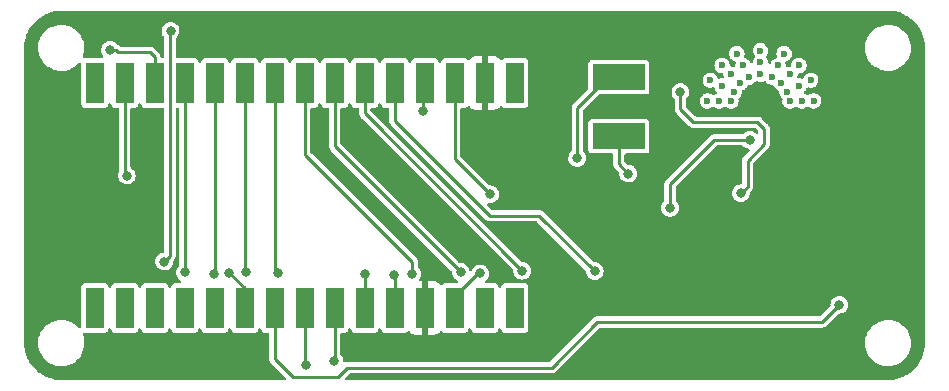
<source format=gbr>
%TF.GenerationSoftware,KiCad,Pcbnew,6.0.11-2627ca5db0~126~ubuntu22.04.1*%
%TF.CreationDate,2024-02-01T14:55:17+01:00*%
%TF.ProjectId,GrooveBox,47726f6f-7665-4426-9f78-2e6b69636164,rev?*%
%TF.SameCoordinates,Original*%
%TF.FileFunction,Copper,L2,Bot*%
%TF.FilePolarity,Positive*%
%FSLAX46Y46*%
G04 Gerber Fmt 4.6, Leading zero omitted, Abs format (unit mm)*
G04 Created by KiCad (PCBNEW 6.0.11-2627ca5db0~126~ubuntu22.04.1) date 2024-02-01 14:55:17*
%MOMM*%
%LPD*%
G01*
G04 APERTURE LIST*
%TA.AperFunction,SMDPad,CuDef*%
%ADD10R,1.600000X3.500000*%
%TD*%
%TA.AperFunction,SMDPad,CuDef*%
%ADD11R,4.500000X2.200000*%
%TD*%
%TA.AperFunction,ComponentPad*%
%ADD12C,0.600000*%
%TD*%
%TA.AperFunction,ViaPad*%
%ADD13C,0.800000*%
%TD*%
%TA.AperFunction,Conductor*%
%ADD14C,0.250000*%
%TD*%
G04 APERTURE END LIST*
D10*
%TO.P,A1,1,D1/TX*%
%TO.N,unconnected-(A1-Pad1)*%
X116700000Y-109525000D03*
%TO.P,A1,2,D0/RX*%
%TO.N,unconnected-(A1-Pad2)*%
X114160000Y-109525000D03*
%TO.P,A1,3,~{RESET}*%
%TO.N,Net-(A1-Pad28)*%
X111620000Y-109525000D03*
%TO.P,A1,4,GND*%
%TO.N,GND*%
X109080000Y-109525000D03*
%TO.P,A1,5,D2*%
%TO.N,SW1*%
X106540000Y-109525000D03*
%TO.P,A1,6,D3*%
%TO.N,SW2*%
X104000000Y-109525000D03*
%TO.P,A1,7,D4*%
%TO.N,SW3*%
X101460000Y-109525000D03*
%TO.P,A1,8,D5*%
%TO.N,SW4*%
X98920000Y-109525000D03*
%TO.P,A1,9,D6*%
%TO.N,SPEAKER*%
X96380000Y-109525000D03*
%TO.P,A1,10,D7*%
%TO.N,PIXEL*%
X93840000Y-109525000D03*
%TO.P,A1,11,D8*%
%TO.N,unconnected-(A1-Pad11)*%
X91300000Y-109525000D03*
%TO.P,A1,12,D9*%
%TO.N,unconnected-(A1-Pad12)*%
X88760000Y-109525000D03*
%TO.P,A1,13,D10*%
%TO.N,unconnected-(A1-Pad13)*%
X86220000Y-109525000D03*
%TO.P,A1,14,D11*%
%TO.N,unconnected-(A1-Pad14)*%
X83680000Y-109525000D03*
%TO.P,A1,15,D12*%
%TO.N,unconnected-(A1-Pad15)*%
X81140000Y-109525000D03*
%TO.P,A1,16,D13*%
%TO.N,unconnected-(A1-Pad16)*%
X81140000Y-90475000D03*
%TO.P,A1,17,3V3*%
%TO.N,+3V3*%
X83680000Y-90475000D03*
%TO.P,A1,18,AREF*%
%TO.N,Net-(A1-Pad18)*%
X86220000Y-90475000D03*
%TO.P,A1,19,A0*%
%TO.N,Net-(A1-Pad19)*%
X88760000Y-90475000D03*
%TO.P,A1,20,A1*%
%TO.N,Net-(A1-Pad20)*%
X91300000Y-90475000D03*
%TO.P,A1,21,A2*%
%TO.N,Net-(A1-Pad21)*%
X93840000Y-90475000D03*
%TO.P,A1,22,A3*%
%TO.N,Net-(A1-Pad22)*%
X96380000Y-90475000D03*
%TO.P,A1,23,A4*%
%TO.N,Net-(A1-Pad23)*%
X98920000Y-90475000D03*
%TO.P,A1,24,A5*%
%TO.N,Net-(A1-Pad24)*%
X101460000Y-90475000D03*
%TO.P,A1,25,A6*%
%TO.N,Net-(A1-Pad25)*%
X104000000Y-90475000D03*
%TO.P,A1,26,A7*%
%TO.N,Net-(A1-Pad26)*%
X106540000Y-90475000D03*
%TO.P,A1,27,+5V*%
%TO.N,VCC*%
X109080000Y-90475000D03*
%TO.P,A1,28,~{RESET}*%
%TO.N,Net-(A1-Pad28)*%
X111620000Y-90475000D03*
%TO.P,A1,29,GND*%
%TO.N,GND*%
X114160000Y-90475000D03*
%TO.P,A1,30,VIN*%
%TO.N,unconnected-(A1-Pad30)*%
X116700000Y-90475000D03*
%TD*%
D11*
%TO.P,LS1,1,1*%
%TO.N,Net-(LS1-Pad1)*%
X125500000Y-90000000D03*
%TO.P,LS1,2,2*%
%TO.N,Net-(LS1-Pad2)*%
X125500000Y-95000000D03*
D12*
%TO.P,LS1,3*%
%TO.N,N/C*%
X140000000Y-92000000D03*
X140750000Y-89000000D03*
X139000000Y-89000000D03*
X140750000Y-90750000D03*
X139500000Y-88000000D03*
X137500000Y-87750000D03*
X133000000Y-92000000D03*
X142000000Y-92000000D03*
X140000000Y-89750000D03*
X135500000Y-88000000D03*
X135000000Y-92000000D03*
X133250000Y-90250000D03*
X141000000Y-92000000D03*
X135250000Y-91250000D03*
X135750000Y-90500000D03*
X134250000Y-90750000D03*
X137500000Y-89750000D03*
X139750000Y-91250000D03*
X135000000Y-89750000D03*
X137500000Y-88750000D03*
X136500000Y-90000000D03*
X138500000Y-90000000D03*
X139250000Y-90500000D03*
X141750000Y-90250000D03*
X134250000Y-89000000D03*
X134000000Y-92000000D03*
X136000000Y-89000000D03*
%TD*%
D13*
%TO.N,GND*%
X139550000Y-109100000D03*
X141530000Y-106250000D03*
X135220000Y-109350000D03*
X127940000Y-109430000D03*
X89810000Y-86110000D03*
X82080000Y-95070000D03*
X85670000Y-93330000D03*
%TO.N,Net-(A1-Pad18)*%
X82430000Y-87700000D03*
%TO.N,SPEAKER*%
X144180000Y-109260000D03*
%TO.N,Net-(A1-Pad28)*%
X114600000Y-99910000D03*
%TO.N,SW3*%
X101430000Y-114010000D03*
%TO.N,SW4*%
X98980000Y-114370000D03*
%TO.N,Net-(D8-Pad1)*%
X135830000Y-99820000D03*
X130720000Y-91240000D03*
%TO.N,Net-(A1-Pad28)*%
X113780000Y-106610000D03*
%TO.N,GND*%
X132615117Y-100754500D03*
X128570000Y-97490000D03*
X131070000Y-107640000D03*
X130980000Y-106050000D03*
X139770000Y-100830000D03*
%TO.N,VCC*%
X108930000Y-92840000D03*
%TO.N,Net-(LS1-Pad1)*%
X121980000Y-96820000D03*
%TO.N,+3V3*%
X83840000Y-98320000D03*
%TO.N,Net-(C1-Pad1)*%
X136600000Y-95290000D03*
X129840000Y-101050000D03*
%TO.N,Net-(LS1-Pad2)*%
X126290000Y-98150000D03*
%TO.N,PIXEL*%
X87010000Y-105600000D03*
X87550000Y-86060000D03*
X92520000Y-106540000D03*
%TO.N,Net-(A1-Pad26)*%
X123460000Y-106420000D03*
%TO.N,Net-(A1-Pad24)*%
X112120000Y-106500000D03*
%TO.N,Net-(A1-Pad25)*%
X117330000Y-106380000D03*
%TO.N,Net-(A1-Pad23)*%
X108000000Y-106630000D03*
%TO.N,Net-(A1-Pad22)*%
X96610000Y-106570000D03*
%TO.N,Net-(A1-Pad21)*%
X93900000Y-106530000D03*
%TO.N,Net-(A1-Pad20)*%
X91250000Y-106630000D03*
%TO.N,Net-(A1-Pad19)*%
X88750000Y-106530000D03*
%TO.N,SW1*%
X106470000Y-106760000D03*
%TO.N,SW2*%
X104000000Y-106680000D03*
%TD*%
D14*
%TO.N,Net-(A1-Pad18)*%
X86220000Y-90475000D02*
X86220000Y-88310000D01*
X86220000Y-88310000D02*
X85810000Y-87900000D01*
X85810000Y-87900000D02*
X83110000Y-87900000D01*
X83110000Y-87900000D02*
X83110000Y-87880000D01*
X83110000Y-87880000D02*
X82930000Y-87700000D01*
X82930000Y-87700000D02*
X82430000Y-87700000D01*
%TO.N,SPEAKER*%
X96380000Y-109525000D02*
X96380000Y-113850000D01*
X96380000Y-113850000D02*
X97900000Y-115370000D01*
X102500000Y-114590000D02*
X119810000Y-114590000D01*
X97900000Y-115370000D02*
X101720000Y-115370000D01*
X101720000Y-115370000D02*
X102500000Y-114590000D01*
X142720000Y-110720000D02*
X144180000Y-109260000D01*
X119810000Y-114590000D02*
X123680000Y-110720000D01*
X123680000Y-110720000D02*
X142720000Y-110720000D01*
%TO.N,Net-(A1-Pad28)*%
X114600000Y-99910000D02*
X111620000Y-96930000D01*
X111620000Y-96930000D02*
X111620000Y-90475000D01*
%TO.N,SW3*%
X101430000Y-114010000D02*
X101460000Y-113980000D01*
X101460000Y-113980000D02*
X101460000Y-109525000D01*
%TO.N,SW4*%
X98980000Y-114370000D02*
X98920000Y-114310000D01*
X98920000Y-114310000D02*
X98920000Y-109525000D01*
%TO.N,Net-(D8-Pad1)*%
X130720000Y-91240000D02*
X130720000Y-92700000D01*
X136400000Y-99250000D02*
X135830000Y-99820000D01*
X130720000Y-92700000D02*
X131820000Y-93800000D01*
X131820000Y-93800000D02*
X137240000Y-93800000D01*
X137800000Y-95670000D02*
X136400000Y-97070000D01*
X137240000Y-93800000D02*
X137800000Y-94360000D01*
X136400000Y-97070000D02*
X136400000Y-99250000D01*
X137800000Y-94360000D02*
X137800000Y-95670000D01*
%TO.N,Net-(A1-Pad28)*%
X113780000Y-106610000D02*
X113540000Y-106610000D01*
X113540000Y-106610000D02*
X111620000Y-108530000D01*
X111620000Y-108530000D02*
X111620000Y-109525000D01*
%TO.N,VCC*%
X108930000Y-92840000D02*
X108930000Y-90625000D01*
X108930000Y-90625000D02*
X109080000Y-90475000D01*
%TO.N,Net-(LS1-Pad1)*%
X124580000Y-90000000D02*
X125500000Y-90000000D01*
X121980000Y-96820000D02*
X121980000Y-92600000D01*
X121980000Y-92600000D02*
X124580000Y-90000000D01*
%TO.N,+3V3*%
X83840000Y-98320000D02*
X83680000Y-98160000D01*
X83680000Y-98160000D02*
X83680000Y-90475000D01*
%TO.N,Net-(C1-Pad1)*%
X133600000Y-95290000D02*
X136600000Y-95290000D01*
X130770000Y-98120000D02*
X133600000Y-95290000D01*
X129840000Y-101050000D02*
X129840000Y-99050000D01*
X129840000Y-99050000D02*
X130770000Y-98120000D01*
%TO.N,Net-(LS1-Pad2)*%
X126290000Y-98150000D02*
X125500000Y-97360000D01*
X125500000Y-97360000D02*
X125500000Y-95000000D01*
%TO.N,PIXEL*%
X87500000Y-86110000D02*
X87500000Y-90960000D01*
X87500000Y-105110000D02*
X87010000Y-105600000D01*
X87500000Y-90960000D02*
X87500000Y-105110000D01*
X87550000Y-86060000D02*
X87500000Y-86110000D01*
X92520000Y-106540000D02*
X92520000Y-106550000D01*
X92520000Y-106550000D02*
X93840000Y-107870000D01*
X93840000Y-107870000D02*
X93840000Y-109525000D01*
%TO.N,Net-(A1-Pad26)*%
X123460000Y-106420000D02*
X118750000Y-101710000D01*
X118750000Y-101710000D02*
X114560000Y-101710000D01*
X114560000Y-101710000D02*
X106540000Y-93690000D01*
X106540000Y-93690000D02*
X106540000Y-90475000D01*
%TO.N,Net-(A1-Pad24)*%
X112120000Y-106500000D02*
X101460000Y-95840000D01*
X101460000Y-95840000D02*
X101460000Y-90475000D01*
%TO.N,Net-(A1-Pad25)*%
X117330000Y-106380000D02*
X104000000Y-93050000D01*
X104000000Y-93050000D02*
X104000000Y-90475000D01*
%TO.N,Net-(A1-Pad23)*%
X108000000Y-106630000D02*
X108000000Y-105630000D01*
X108000000Y-105630000D02*
X98920000Y-96550000D01*
X98920000Y-96550000D02*
X98920000Y-90475000D01*
%TO.N,Net-(A1-Pad22)*%
X96610000Y-106570000D02*
X96380000Y-106340000D01*
X96380000Y-106340000D02*
X96380000Y-90475000D01*
%TO.N,Net-(A1-Pad21)*%
X93900000Y-106530000D02*
X93840000Y-106470000D01*
X93840000Y-106470000D02*
X93840000Y-90475000D01*
%TO.N,Net-(A1-Pad20)*%
X91250000Y-106630000D02*
X91300000Y-106580000D01*
X91300000Y-106580000D02*
X91300000Y-90475000D01*
%TO.N,Net-(A1-Pad19)*%
X88750000Y-106530000D02*
X88760000Y-106520000D01*
X88760000Y-106520000D02*
X88760000Y-90475000D01*
%TO.N,SW1*%
X106470000Y-106760000D02*
X106540000Y-106830000D01*
X106540000Y-106830000D02*
X106540000Y-109525000D01*
%TO.N,SW2*%
X104000000Y-106680000D02*
X104000000Y-109525000D01*
%TD*%
%TA.AperFunction,Conductor*%
%TO.N,GND*%
G36*
X148280752Y-84352310D02*
G01*
X148295525Y-84354841D01*
X148305339Y-84353413D01*
X148309378Y-84353464D01*
X148329531Y-84352653D01*
X148617432Y-84371141D01*
X148630307Y-84372636D01*
X148875601Y-84414028D01*
X148941934Y-84425221D01*
X148954602Y-84428037D01*
X149259142Y-84512389D01*
X149271453Y-84516492D01*
X149565713Y-84631724D01*
X149577537Y-84637072D01*
X149858384Y-84781959D01*
X149869595Y-84788495D01*
X150134047Y-84961499D01*
X150144513Y-84969143D01*
X150263459Y-85065795D01*
X150389783Y-85168443D01*
X150399419Y-85177135D01*
X150622865Y-85400581D01*
X150631556Y-85410216D01*
X150830857Y-85655487D01*
X150838501Y-85665953D01*
X150882800Y-85733668D01*
X151011505Y-85930405D01*
X151018041Y-85941616D01*
X151162928Y-86222463D01*
X151168276Y-86234287D01*
X151283508Y-86528547D01*
X151287611Y-86540858D01*
X151371963Y-86845398D01*
X151374779Y-86858066D01*
X151422658Y-87141799D01*
X151427363Y-87169684D01*
X151428859Y-87182568D01*
X151447271Y-87469285D01*
X151447347Y-87470468D01*
X151446536Y-87490622D01*
X151446587Y-87494661D01*
X151445159Y-87504475D01*
X151446834Y-87514249D01*
X151447690Y-87519245D01*
X151449500Y-87540525D01*
X151449500Y-112458438D01*
X151447597Y-112480253D01*
X151445182Y-112493991D01*
X151446567Y-112503810D01*
X151446501Y-112507718D01*
X151447232Y-112528022D01*
X151432716Y-112740644D01*
X151427595Y-112815645D01*
X151426058Y-112828457D01*
X151383580Y-113074991D01*
X151372424Y-113139735D01*
X151369586Y-113152318D01*
X151296053Y-113414856D01*
X151284390Y-113456497D01*
X151280279Y-113468724D01*
X151164425Y-113762572D01*
X151159085Y-113774317D01*
X151097334Y-113893508D01*
X151013774Y-114054793D01*
X151007258Y-114065932D01*
X150834033Y-114330055D01*
X150826413Y-114340469D01*
X150627073Y-114585500D01*
X150618427Y-114595080D01*
X150395080Y-114818427D01*
X150385500Y-114827073D01*
X150140469Y-115026413D01*
X150130055Y-115034033D01*
X149865932Y-115207258D01*
X149854793Y-115213774D01*
X149574319Y-115359084D01*
X149562574Y-115364424D01*
X149268724Y-115480279D01*
X149256502Y-115484388D01*
X148952318Y-115569586D01*
X148939740Y-115572423D01*
X148725387Y-115609357D01*
X148628457Y-115626058D01*
X148615645Y-115627595D01*
X148569438Y-115630750D01*
X148328022Y-115647232D01*
X148307718Y-115646501D01*
X148303810Y-115646567D01*
X148293991Y-115645182D01*
X148284224Y-115646899D01*
X148280253Y-115647597D01*
X148258438Y-115649500D01*
X102417149Y-115649500D01*
X102349028Y-115629498D01*
X102302535Y-115575842D01*
X102292431Y-115505568D01*
X102321925Y-115440988D01*
X102328054Y-115434404D01*
X102660055Y-115102404D01*
X102722367Y-115068379D01*
X102749150Y-115065500D01*
X119742627Y-115065500D01*
X119753723Y-115066739D01*
X119753771Y-115066141D01*
X119762717Y-115066861D01*
X119771473Y-115068842D01*
X119821441Y-115065742D01*
X119829242Y-115065500D01*
X119844145Y-115065500D01*
X119853514Y-115064158D01*
X119863566Y-115063129D01*
X119907417Y-115060408D01*
X119915862Y-115057359D01*
X119922098Y-115056068D01*
X119929849Y-115054135D01*
X119935938Y-115052354D01*
X119944829Y-115051081D01*
X119956751Y-115045660D01*
X119984836Y-115032892D01*
X119994201Y-115029080D01*
X120027083Y-115017209D01*
X120027086Y-115017207D01*
X120035530Y-115014159D01*
X120042777Y-115008864D01*
X120048407Y-115005871D01*
X120055257Y-115001868D01*
X120060644Y-114998423D01*
X120068820Y-114994706D01*
X120102113Y-114966019D01*
X120110029Y-114959734D01*
X120116101Y-114955298D01*
X120116108Y-114955292D01*
X120120035Y-114952423D01*
X120130076Y-114942382D01*
X120136923Y-114936024D01*
X120165202Y-114911657D01*
X120172004Y-114905796D01*
X120176888Y-114898261D01*
X120182787Y-114891499D01*
X120182867Y-114891569D01*
X120191252Y-114881206D01*
X122603173Y-112469285D01*
X146344759Y-112469285D01*
X146345003Y-112473720D01*
X146345003Y-112473724D01*
X146348384Y-112535147D01*
X146359938Y-112745087D01*
X146413825Y-113015999D01*
X146505347Y-113276616D01*
X146632678Y-113521737D01*
X146635261Y-113525352D01*
X146635265Y-113525358D01*
X146746355Y-113680813D01*
X146793275Y-113746471D01*
X146835707Y-113790951D01*
X146938388Y-113898588D01*
X146983936Y-113946335D01*
X146987431Y-113949091D01*
X146987433Y-113949092D01*
X147195681Y-114113261D01*
X147200856Y-114117341D01*
X147284355Y-114165841D01*
X147435853Y-114253839D01*
X147435859Y-114253842D01*
X147439707Y-114256077D01*
X147566736Y-114307529D01*
X147627639Y-114332197D01*
X147695723Y-114359774D01*
X147700036Y-114360845D01*
X147700041Y-114360847D01*
X147959475Y-114425291D01*
X147959480Y-114425292D01*
X147963796Y-114426364D01*
X147968224Y-114426818D01*
X147968226Y-114426818D01*
X148043339Y-114434514D01*
X148199370Y-114450500D01*
X148370362Y-114450500D01*
X148575530Y-114435973D01*
X148579885Y-114435035D01*
X148579888Y-114435035D01*
X148841215Y-114378773D01*
X148841217Y-114378773D01*
X148845562Y-114377837D01*
X149104709Y-114282233D01*
X149153185Y-114256077D01*
X149343884Y-114153181D01*
X149347800Y-114151068D01*
X149569984Y-113986960D01*
X149587511Y-113969707D01*
X149689566Y-113869242D01*
X149766829Y-113793183D01*
X149934406Y-113573604D01*
X149996509Y-113462712D01*
X150067197Y-113336490D01*
X150067198Y-113336487D01*
X150069373Y-113332604D01*
X150169036Y-113074991D01*
X150231407Y-112805905D01*
X150255241Y-112530715D01*
X150254370Y-112514881D01*
X150240307Y-112259356D01*
X150240306Y-112259349D01*
X150240062Y-112254913D01*
X150186175Y-111984001D01*
X150094653Y-111723384D01*
X149967322Y-111478263D01*
X149964739Y-111474648D01*
X149964735Y-111474642D01*
X149809313Y-111257150D01*
X149809310Y-111257146D01*
X149806725Y-111253529D01*
X149694485Y-111135871D01*
X149619136Y-111056885D01*
X149619134Y-111056883D01*
X149616064Y-111053665D01*
X149600832Y-111041657D01*
X149402639Y-110885414D01*
X149402637Y-110885413D01*
X149399144Y-110882659D01*
X149286609Y-110817294D01*
X149164147Y-110746161D01*
X149164141Y-110746158D01*
X149160293Y-110743923D01*
X148904277Y-110640226D01*
X148899964Y-110639155D01*
X148899959Y-110639153D01*
X148640525Y-110574709D01*
X148640520Y-110574708D01*
X148636204Y-110573636D01*
X148631776Y-110573182D01*
X148631774Y-110573182D01*
X148551573Y-110564965D01*
X148400630Y-110549500D01*
X148229638Y-110549500D01*
X148024470Y-110564027D01*
X148020115Y-110564965D01*
X148020112Y-110564965D01*
X147758785Y-110621227D01*
X147758783Y-110621227D01*
X147754438Y-110622163D01*
X147495291Y-110717767D01*
X147491373Y-110719881D01*
X147442668Y-110746161D01*
X147252200Y-110848932D01*
X147030016Y-111013040D01*
X147026837Y-111016169D01*
X147026834Y-111016172D01*
X146945723Y-111096019D01*
X146833171Y-111206817D01*
X146665594Y-111426396D01*
X146663416Y-111430285D01*
X146539505Y-111651544D01*
X146530627Y-111667396D01*
X146529023Y-111671541D01*
X146529022Y-111671544D01*
X146485903Y-111783000D01*
X146430964Y-111925009D01*
X146368593Y-112194095D01*
X146344759Y-112469285D01*
X122603173Y-112469285D01*
X123840053Y-111232405D01*
X123902365Y-111198379D01*
X123929148Y-111195500D01*
X142652627Y-111195500D01*
X142663723Y-111196739D01*
X142663771Y-111196141D01*
X142672717Y-111196861D01*
X142681473Y-111198842D01*
X142731441Y-111195742D01*
X142739242Y-111195500D01*
X142754145Y-111195500D01*
X142763514Y-111194158D01*
X142773566Y-111193129D01*
X142817417Y-111190408D01*
X142825862Y-111187359D01*
X142832098Y-111186068D01*
X142839849Y-111184135D01*
X142845938Y-111182354D01*
X142854829Y-111181081D01*
X142866751Y-111175660D01*
X142894836Y-111162892D01*
X142904201Y-111159080D01*
X142937083Y-111147209D01*
X142937086Y-111147207D01*
X142945530Y-111144159D01*
X142952777Y-111138864D01*
X142958407Y-111135871D01*
X142965257Y-111131868D01*
X142970644Y-111128423D01*
X142978820Y-111124706D01*
X143012113Y-111096019D01*
X143020029Y-111089734D01*
X143026101Y-111085298D01*
X143026108Y-111085292D01*
X143030035Y-111082423D01*
X143040076Y-111072382D01*
X143046923Y-111066024D01*
X143075202Y-111041657D01*
X143082004Y-111035796D01*
X143086888Y-111028261D01*
X143092787Y-111021499D01*
X143092867Y-111021569D01*
X143101252Y-111011206D01*
X144061512Y-110050946D01*
X144123824Y-110016920D01*
X144153243Y-110014069D01*
X144157206Y-110014152D01*
X144164183Y-110015083D01*
X144171194Y-110014445D01*
X144171197Y-110014445D01*
X144324843Y-110000462D01*
X144331864Y-109999823D01*
X144338566Y-109997645D01*
X144338568Y-109997645D01*
X144485298Y-109949970D01*
X144485301Y-109949969D01*
X144491997Y-109947793D01*
X144636623Y-109861578D01*
X144641717Y-109856727D01*
X144641721Y-109856724D01*
X144753454Y-109750322D01*
X144753455Y-109750320D01*
X144758554Y-109745465D01*
X144851731Y-109605223D01*
X144911521Y-109447823D01*
X144934955Y-109281088D01*
X144935249Y-109260000D01*
X144916481Y-109092676D01*
X144861108Y-108933668D01*
X144771884Y-108790879D01*
X144763723Y-108782661D01*
X144658205Y-108676403D01*
X144658201Y-108676400D01*
X144653242Y-108671406D01*
X144511079Y-108581187D01*
X144352462Y-108524706D01*
X144345474Y-108523873D01*
X144345471Y-108523872D01*
X144252300Y-108512762D01*
X144185273Y-108504769D01*
X144178270Y-108505505D01*
X144178269Y-108505505D01*
X144132712Y-108510293D01*
X144017821Y-108522369D01*
X144011155Y-108524638D01*
X144011152Y-108524639D01*
X143865098Y-108574360D01*
X143865095Y-108574361D01*
X143858431Y-108576630D01*
X143852436Y-108580318D01*
X143852432Y-108580320D01*
X143721021Y-108661165D01*
X143721019Y-108661167D01*
X143715022Y-108664856D01*
X143594724Y-108782661D01*
X143503515Y-108924190D01*
X143445927Y-109082409D01*
X143424825Y-109249455D01*
X143425512Y-109256462D01*
X143425512Y-109256464D01*
X143427341Y-109275114D01*
X143414082Y-109344862D01*
X143391037Y-109376505D01*
X142559947Y-110207595D01*
X142497635Y-110241621D01*
X142470852Y-110244500D01*
X123747372Y-110244500D01*
X123736276Y-110243261D01*
X123736228Y-110243859D01*
X123727282Y-110243139D01*
X123718526Y-110241158D01*
X123668559Y-110244258D01*
X123660757Y-110244500D01*
X123645855Y-110244500D01*
X123636486Y-110245842D01*
X123626434Y-110246871D01*
X123607823Y-110248026D01*
X123591540Y-110249036D01*
X123591538Y-110249036D01*
X123582583Y-110249592D01*
X123574143Y-110252639D01*
X123567918Y-110253928D01*
X123560152Y-110255864D01*
X123554056Y-110257646D01*
X123545171Y-110258919D01*
X123537000Y-110262634D01*
X123536997Y-110262635D01*
X123505159Y-110277111D01*
X123495796Y-110280923D01*
X123454470Y-110295842D01*
X123447220Y-110301138D01*
X123441593Y-110304130D01*
X123434698Y-110308159D01*
X123429351Y-110311579D01*
X123421180Y-110315294D01*
X123414380Y-110321153D01*
X123414379Y-110321154D01*
X123387894Y-110343976D01*
X123379970Y-110350267D01*
X123369964Y-110357577D01*
X123359917Y-110367624D01*
X123353070Y-110373982D01*
X123317996Y-110404204D01*
X123313112Y-110411739D01*
X123307213Y-110418501D01*
X123307133Y-110418431D01*
X123298750Y-110428791D01*
X121468186Y-112259356D01*
X119649947Y-114077595D01*
X119587635Y-114111621D01*
X119560852Y-114114500D01*
X102567373Y-114114500D01*
X102556277Y-114113261D01*
X102556229Y-114113859D01*
X102547283Y-114113139D01*
X102538527Y-114111158D01*
X102494986Y-114113859D01*
X102488554Y-114114258D01*
X102480753Y-114114500D01*
X102465855Y-114114500D01*
X102456492Y-114115841D01*
X102446442Y-114116870D01*
X102426984Y-114118077D01*
X102411542Y-114119035D01*
X102411540Y-114119035D01*
X102402584Y-114119591D01*
X102394144Y-114122638D01*
X102387897Y-114123932D01*
X102380191Y-114125853D01*
X102374057Y-114127647D01*
X102365171Y-114128919D01*
X102357000Y-114132634D01*
X102348382Y-114135154D01*
X102347461Y-114132003D01*
X102293074Y-114139741D01*
X102228537Y-114110152D01*
X102190242Y-114050369D01*
X102185828Y-114017891D01*
X102185388Y-114017913D01*
X102185194Y-114013947D01*
X102185249Y-114010000D01*
X102182313Y-113983828D01*
X102167266Y-113849672D01*
X102167265Y-113849669D01*
X102166481Y-113842676D01*
X102111108Y-113683668D01*
X102021884Y-113540879D01*
X102013723Y-113532661D01*
X101972094Y-113490740D01*
X101938287Y-113428309D01*
X101935500Y-113401956D01*
X101935500Y-111751500D01*
X101955502Y-111683379D01*
X102009158Y-111636886D01*
X102061500Y-111625500D01*
X102293218Y-111625500D01*
X102297768Y-111624830D01*
X102297771Y-111624830D01*
X102352426Y-111616784D01*
X102352427Y-111616784D01*
X102362112Y-111615358D01*
X102456804Y-111568867D01*
X102457507Y-111568522D01*
X102457509Y-111568521D01*
X102466855Y-111563932D01*
X102549293Y-111481350D01*
X102600536Y-111376518D01*
X102605343Y-111343567D01*
X102634969Y-111279047D01*
X102694774Y-111240787D01*
X102765770Y-111240933D01*
X102825417Y-111279440D01*
X102854680Y-111343405D01*
X102858130Y-111366838D01*
X102859642Y-111377112D01*
X102863958Y-111385902D01*
X102885749Y-111430285D01*
X102911068Y-111481855D01*
X102993650Y-111564293D01*
X103098482Y-111615536D01*
X103128973Y-111619984D01*
X103162256Y-111624840D01*
X103162260Y-111624840D01*
X103166782Y-111625500D01*
X104833218Y-111625500D01*
X104837768Y-111624830D01*
X104837771Y-111624830D01*
X104892426Y-111616784D01*
X104892427Y-111616784D01*
X104902112Y-111615358D01*
X104996804Y-111568867D01*
X104997507Y-111568522D01*
X104997509Y-111568521D01*
X105006855Y-111563932D01*
X105089293Y-111481350D01*
X105140536Y-111376518D01*
X105145343Y-111343567D01*
X105174969Y-111279047D01*
X105234774Y-111240787D01*
X105305770Y-111240933D01*
X105365417Y-111279440D01*
X105394680Y-111343405D01*
X105398130Y-111366838D01*
X105399642Y-111377112D01*
X105403958Y-111385902D01*
X105425749Y-111430285D01*
X105451068Y-111481855D01*
X105533650Y-111564293D01*
X105638482Y-111615536D01*
X105668973Y-111619984D01*
X105702256Y-111624840D01*
X105702260Y-111624840D01*
X105706782Y-111625500D01*
X107373218Y-111625500D01*
X107377768Y-111624830D01*
X107377771Y-111624830D01*
X107432426Y-111616784D01*
X107432427Y-111616784D01*
X107442112Y-111615358D01*
X107536804Y-111568867D01*
X107537507Y-111568522D01*
X107537509Y-111568521D01*
X107546855Y-111563932D01*
X107554212Y-111556562D01*
X107554215Y-111556560D01*
X107626671Y-111483977D01*
X107688953Y-111449897D01*
X107759773Y-111454900D01*
X107816646Y-111497397D01*
X107826364Y-111512485D01*
X107835212Y-111528646D01*
X107911715Y-111630724D01*
X107924276Y-111643285D01*
X108026351Y-111719786D01*
X108041946Y-111728324D01*
X108162394Y-111773478D01*
X108177649Y-111777105D01*
X108228514Y-111782631D01*
X108235328Y-111783000D01*
X108807885Y-111783000D01*
X108823124Y-111778525D01*
X108824329Y-111777135D01*
X108826000Y-111769452D01*
X108826000Y-107285116D01*
X108821525Y-107269877D01*
X108820135Y-107268672D01*
X108812452Y-107267001D01*
X108712863Y-107267001D01*
X108644742Y-107246999D01*
X108598249Y-107193343D01*
X108588145Y-107123069D01*
X108607915Y-107071273D01*
X108608781Y-107069970D01*
X108671731Y-106975223D01*
X108677102Y-106961085D01*
X108700457Y-106899600D01*
X108731521Y-106817823D01*
X108746556Y-106710848D01*
X108754404Y-106655010D01*
X108754404Y-106655006D01*
X108754955Y-106651088D01*
X108755249Y-106630000D01*
X108745570Y-106543710D01*
X108737266Y-106469672D01*
X108737265Y-106469669D01*
X108736481Y-106462676D01*
X108681108Y-106303668D01*
X108591884Y-106160879D01*
X108583723Y-106152661D01*
X108512094Y-106080530D01*
X108478287Y-106018099D01*
X108475500Y-105991746D01*
X108475500Y-105697373D01*
X108476739Y-105686277D01*
X108476141Y-105686229D01*
X108476861Y-105677283D01*
X108478842Y-105668527D01*
X108475742Y-105618559D01*
X108475500Y-105610758D01*
X108475500Y-105595855D01*
X108474158Y-105586486D01*
X108473128Y-105576427D01*
X108470964Y-105541544D01*
X108470408Y-105532583D01*
X108467359Y-105524138D01*
X108466068Y-105517902D01*
X108464135Y-105510151D01*
X108462354Y-105504062D01*
X108461081Y-105495171D01*
X108449231Y-105469107D01*
X108442892Y-105455164D01*
X108439080Y-105445799D01*
X108427209Y-105412917D01*
X108427207Y-105412914D01*
X108424159Y-105404470D01*
X108418864Y-105397223D01*
X108415871Y-105391593D01*
X108411868Y-105384743D01*
X108408423Y-105379356D01*
X108404706Y-105371180D01*
X108389432Y-105353454D01*
X108376019Y-105337887D01*
X108369734Y-105329971D01*
X108365298Y-105323899D01*
X108365292Y-105323892D01*
X108362423Y-105319965D01*
X108352382Y-105309924D01*
X108346024Y-105303077D01*
X108321657Y-105274798D01*
X108315796Y-105267996D01*
X108308261Y-105263112D01*
X108301499Y-105257213D01*
X108301569Y-105257133D01*
X108291206Y-105248748D01*
X99432405Y-96389947D01*
X99398379Y-96327635D01*
X99395500Y-96300852D01*
X99395500Y-92701500D01*
X99415502Y-92633379D01*
X99469158Y-92586886D01*
X99521500Y-92575500D01*
X99753218Y-92575500D01*
X99757768Y-92574830D01*
X99757771Y-92574830D01*
X99812426Y-92566784D01*
X99812427Y-92566784D01*
X99822112Y-92565358D01*
X99896114Y-92529025D01*
X99917507Y-92518522D01*
X99917509Y-92518521D01*
X99926855Y-92513932D01*
X100009293Y-92431350D01*
X100014561Y-92420574D01*
X100056240Y-92335306D01*
X100060536Y-92326518D01*
X100065343Y-92293567D01*
X100094969Y-92229047D01*
X100154774Y-92190787D01*
X100225770Y-92190933D01*
X100285417Y-92229440D01*
X100314680Y-92293405D01*
X100318130Y-92316838D01*
X100319642Y-92327112D01*
X100332743Y-92353796D01*
X100366164Y-92421866D01*
X100371068Y-92431855D01*
X100386637Y-92447397D01*
X100436170Y-92496843D01*
X100453650Y-92514293D01*
X100558482Y-92565536D01*
X100588973Y-92569984D01*
X100622256Y-92574840D01*
X100622260Y-92574840D01*
X100626782Y-92575500D01*
X100858500Y-92575500D01*
X100926621Y-92595502D01*
X100973114Y-92649158D01*
X100984500Y-92701500D01*
X100984500Y-95772627D01*
X100983261Y-95783723D01*
X100983859Y-95783771D01*
X100983139Y-95792717D01*
X100981158Y-95801473D01*
X100981714Y-95810433D01*
X100984258Y-95851440D01*
X100984500Y-95859242D01*
X100984500Y-95874145D01*
X100985841Y-95883508D01*
X100986871Y-95893566D01*
X100989592Y-95937417D01*
X100992641Y-95945862D01*
X100993932Y-95952098D01*
X100995865Y-95959849D01*
X100997646Y-95965938D01*
X100998919Y-95974829D01*
X101002636Y-95983004D01*
X101017108Y-96014836D01*
X101020920Y-96024201D01*
X101032791Y-96057083D01*
X101032793Y-96057086D01*
X101035841Y-96065530D01*
X101041136Y-96072777D01*
X101044129Y-96078407D01*
X101048132Y-96085257D01*
X101051577Y-96090644D01*
X101055294Y-96098820D01*
X101061154Y-96105620D01*
X101061154Y-96105621D01*
X101083981Y-96132113D01*
X101090266Y-96140029D01*
X101094702Y-96146101D01*
X101094708Y-96146108D01*
X101097577Y-96150035D01*
X101107618Y-96160076D01*
X101113976Y-96166923D01*
X101144204Y-96202004D01*
X101151739Y-96206888D01*
X101158501Y-96212787D01*
X101158431Y-96212867D01*
X101168794Y-96221252D01*
X111329272Y-106381731D01*
X111363298Y-106444043D01*
X111364685Y-106475407D01*
X111365806Y-106475423D01*
X111365708Y-106482468D01*
X111364825Y-106489455D01*
X111365512Y-106496462D01*
X111365512Y-106496465D01*
X111371688Y-106559455D01*
X111381255Y-106657025D01*
X111434402Y-106816791D01*
X111438049Y-106822813D01*
X111438050Y-106822815D01*
X111514254Y-106948642D01*
X111521624Y-106960812D01*
X111526513Y-106965875D01*
X111526514Y-106965876D01*
X111544778Y-106984789D01*
X111638586Y-107081929D01*
X111644483Y-107085788D01*
X111773577Y-107170266D01*
X111773581Y-107170268D01*
X111779475Y-107174125D01*
X111786075Y-107176580D01*
X111786084Y-107176584D01*
X111796354Y-107180403D01*
X111853230Y-107222896D01*
X111878103Y-107289392D01*
X111863078Y-107358781D01*
X111812923Y-107409030D01*
X111752433Y-107424500D01*
X110786782Y-107424500D01*
X110782232Y-107425170D01*
X110782229Y-107425170D01*
X110727574Y-107433216D01*
X110727573Y-107433216D01*
X110717888Y-107434642D01*
X110667992Y-107459140D01*
X110622493Y-107481478D01*
X110622491Y-107481479D01*
X110613145Y-107486068D01*
X110605788Y-107493438D01*
X110605785Y-107493440D01*
X110533329Y-107566023D01*
X110471047Y-107600103D01*
X110400227Y-107595100D01*
X110343354Y-107552603D01*
X110333636Y-107537515D01*
X110324788Y-107521354D01*
X110248285Y-107419276D01*
X110235724Y-107406715D01*
X110133649Y-107330214D01*
X110118054Y-107321676D01*
X109997606Y-107276522D01*
X109982351Y-107272895D01*
X109931486Y-107267369D01*
X109924672Y-107267000D01*
X109352115Y-107267000D01*
X109336876Y-107271475D01*
X109335671Y-107272865D01*
X109334000Y-107280548D01*
X109334000Y-111764884D01*
X109338475Y-111780123D01*
X109339865Y-111781328D01*
X109347548Y-111782999D01*
X109924669Y-111782999D01*
X109931490Y-111782629D01*
X109982352Y-111777105D01*
X109997604Y-111773479D01*
X110118054Y-111728324D01*
X110133649Y-111719786D01*
X110235724Y-111643285D01*
X110248285Y-111630724D01*
X110324790Y-111528644D01*
X110333589Y-111512572D01*
X110383847Y-111462426D01*
X110453238Y-111447413D01*
X110519731Y-111472299D01*
X110533123Y-111483906D01*
X110613650Y-111564293D01*
X110718482Y-111615536D01*
X110748973Y-111619984D01*
X110782256Y-111624840D01*
X110782260Y-111624840D01*
X110786782Y-111625500D01*
X112453218Y-111625500D01*
X112457768Y-111624830D01*
X112457771Y-111624830D01*
X112512426Y-111616784D01*
X112512427Y-111616784D01*
X112522112Y-111615358D01*
X112616804Y-111568867D01*
X112617507Y-111568522D01*
X112617509Y-111568521D01*
X112626855Y-111563932D01*
X112709293Y-111481350D01*
X112760536Y-111376518D01*
X112765343Y-111343567D01*
X112794969Y-111279047D01*
X112854774Y-111240787D01*
X112925770Y-111240933D01*
X112985417Y-111279440D01*
X113014680Y-111343405D01*
X113018130Y-111366838D01*
X113019642Y-111377112D01*
X113023958Y-111385902D01*
X113045749Y-111430285D01*
X113071068Y-111481855D01*
X113153650Y-111564293D01*
X113258482Y-111615536D01*
X113288973Y-111619984D01*
X113322256Y-111624840D01*
X113322260Y-111624840D01*
X113326782Y-111625500D01*
X114993218Y-111625500D01*
X114997768Y-111624830D01*
X114997771Y-111624830D01*
X115052426Y-111616784D01*
X115052427Y-111616784D01*
X115062112Y-111615358D01*
X115156804Y-111568867D01*
X115157507Y-111568522D01*
X115157509Y-111568521D01*
X115166855Y-111563932D01*
X115249293Y-111481350D01*
X115300536Y-111376518D01*
X115305343Y-111343567D01*
X115334969Y-111279047D01*
X115394774Y-111240787D01*
X115465770Y-111240933D01*
X115525417Y-111279440D01*
X115554680Y-111343405D01*
X115558130Y-111366838D01*
X115559642Y-111377112D01*
X115563958Y-111385902D01*
X115585749Y-111430285D01*
X115611068Y-111481855D01*
X115693650Y-111564293D01*
X115798482Y-111615536D01*
X115828973Y-111619984D01*
X115862256Y-111624840D01*
X115862260Y-111624840D01*
X115866782Y-111625500D01*
X117533218Y-111625500D01*
X117537768Y-111624830D01*
X117537771Y-111624830D01*
X117592426Y-111616784D01*
X117592427Y-111616784D01*
X117602112Y-111615358D01*
X117696804Y-111568867D01*
X117697507Y-111568522D01*
X117697509Y-111568521D01*
X117706855Y-111563932D01*
X117789293Y-111481350D01*
X117840536Y-111376518D01*
X117850500Y-111308218D01*
X117850500Y-107741782D01*
X117841871Y-107683162D01*
X117841784Y-107682574D01*
X117841784Y-107682573D01*
X117840358Y-107672888D01*
X117788932Y-107568145D01*
X117731544Y-107510857D01*
X117713721Y-107493065D01*
X117713720Y-107493065D01*
X117706350Y-107485707D01*
X117601518Y-107434464D01*
X117571027Y-107430016D01*
X117537744Y-107425160D01*
X117537740Y-107425160D01*
X117533218Y-107424500D01*
X115866782Y-107424500D01*
X115862232Y-107425170D01*
X115862229Y-107425170D01*
X115807574Y-107433216D01*
X115807573Y-107433216D01*
X115797888Y-107434642D01*
X115747992Y-107459140D01*
X115702493Y-107481478D01*
X115702491Y-107481479D01*
X115693145Y-107486068D01*
X115610707Y-107568650D01*
X115559464Y-107673482D01*
X115558052Y-107683161D01*
X115554657Y-107706433D01*
X115525031Y-107770953D01*
X115465226Y-107809213D01*
X115394230Y-107809067D01*
X115334583Y-107770560D01*
X115305320Y-107706595D01*
X115301784Y-107682574D01*
X115301784Y-107682573D01*
X115300358Y-107672888D01*
X115248932Y-107568145D01*
X115191544Y-107510857D01*
X115173721Y-107493065D01*
X115173720Y-107493065D01*
X115166350Y-107485707D01*
X115061518Y-107434464D01*
X115031027Y-107430016D01*
X114997744Y-107425160D01*
X114997740Y-107425160D01*
X114993218Y-107424500D01*
X114328056Y-107424500D01*
X114259935Y-107404498D01*
X114213442Y-107350842D01*
X114203338Y-107280568D01*
X114232832Y-107215988D01*
X114241164Y-107207254D01*
X114353454Y-107100322D01*
X114353455Y-107100320D01*
X114358554Y-107095465D01*
X114364984Y-107085788D01*
X114416223Y-107008667D01*
X114451731Y-106955223D01*
X114511521Y-106797823D01*
X114528081Y-106680000D01*
X114534404Y-106635010D01*
X114534404Y-106635006D01*
X114534955Y-106631088D01*
X114535249Y-106610000D01*
X114527064Y-106537025D01*
X114517266Y-106449672D01*
X114517265Y-106449669D01*
X114516481Y-106442676D01*
X114461108Y-106283668D01*
X114371884Y-106140879D01*
X114363723Y-106132661D01*
X114258205Y-106026403D01*
X114258201Y-106026400D01*
X114253242Y-106021406D01*
X114228341Y-106005603D01*
X114150813Y-105956403D01*
X114111079Y-105931187D01*
X113952462Y-105874706D01*
X113945474Y-105873873D01*
X113945471Y-105873872D01*
X113839093Y-105861187D01*
X113785273Y-105854769D01*
X113778270Y-105855505D01*
X113778269Y-105855505D01*
X113746711Y-105858822D01*
X113617821Y-105872369D01*
X113611155Y-105874638D01*
X113611152Y-105874639D01*
X113465098Y-105924360D01*
X113465095Y-105924361D01*
X113458431Y-105926630D01*
X113452436Y-105930318D01*
X113452432Y-105930320D01*
X113321021Y-106011165D01*
X113321019Y-106011167D01*
X113315022Y-106014856D01*
X113268025Y-106060879D01*
X113227179Y-106100879D01*
X113194724Y-106132661D01*
X113103515Y-106274190D01*
X113101105Y-106280810D01*
X113101104Y-106280813D01*
X113087884Y-106317135D01*
X113045789Y-106374306D01*
X112979468Y-106399644D01*
X112909976Y-106385103D01*
X112859378Y-106335300D01*
X112850492Y-106315478D01*
X112845385Y-106300813D01*
X112801108Y-106173668D01*
X112724241Y-106050655D01*
X112715617Y-106036853D01*
X112711884Y-106030879D01*
X112705754Y-106024706D01*
X112598205Y-105916403D01*
X112598201Y-105916400D01*
X112593242Y-105911406D01*
X112584535Y-105905880D01*
X112531729Y-105872369D01*
X112451079Y-105821187D01*
X112292462Y-105764706D01*
X112285474Y-105763873D01*
X112285471Y-105763872D01*
X112192300Y-105752762D01*
X112125273Y-105744769D01*
X112105371Y-105746861D01*
X112035533Y-105734089D01*
X112003105Y-105710646D01*
X101972405Y-95679947D01*
X101938379Y-95617635D01*
X101935500Y-95590852D01*
X101935500Y-92701500D01*
X101955502Y-92633379D01*
X102009158Y-92586886D01*
X102061500Y-92575500D01*
X102293218Y-92575500D01*
X102297768Y-92574830D01*
X102297771Y-92574830D01*
X102352426Y-92566784D01*
X102352427Y-92566784D01*
X102362112Y-92565358D01*
X102436114Y-92529025D01*
X102457507Y-92518522D01*
X102457509Y-92518521D01*
X102466855Y-92513932D01*
X102549293Y-92431350D01*
X102554561Y-92420574D01*
X102596240Y-92335306D01*
X102600536Y-92326518D01*
X102605343Y-92293567D01*
X102634969Y-92229047D01*
X102694774Y-92190787D01*
X102765770Y-92190933D01*
X102825417Y-92229440D01*
X102854680Y-92293405D01*
X102858130Y-92316838D01*
X102859642Y-92327112D01*
X102872743Y-92353796D01*
X102906164Y-92421866D01*
X102911068Y-92431855D01*
X102926637Y-92447397D01*
X102976170Y-92496843D01*
X102993650Y-92514293D01*
X103098482Y-92565536D01*
X103128973Y-92569984D01*
X103162256Y-92574840D01*
X103162260Y-92574840D01*
X103166782Y-92575500D01*
X103398500Y-92575500D01*
X103466621Y-92595502D01*
X103513114Y-92649158D01*
X103524500Y-92701500D01*
X103524500Y-92982627D01*
X103523261Y-92993723D01*
X103523859Y-92993771D01*
X103523139Y-93002717D01*
X103521158Y-93011473D01*
X103521714Y-93020433D01*
X103524258Y-93061440D01*
X103524500Y-93069242D01*
X103524500Y-93084145D01*
X103525841Y-93093508D01*
X103526871Y-93103566D01*
X103529592Y-93147417D01*
X103532641Y-93155862D01*
X103533932Y-93162098D01*
X103535865Y-93169849D01*
X103537646Y-93175938D01*
X103538919Y-93184829D01*
X103542636Y-93193004D01*
X103557108Y-93224836D01*
X103560920Y-93234201D01*
X103572791Y-93267083D01*
X103572793Y-93267086D01*
X103575841Y-93275530D01*
X103581136Y-93282777D01*
X103584129Y-93288407D01*
X103588132Y-93295257D01*
X103591577Y-93300644D01*
X103595294Y-93308820D01*
X103601154Y-93315620D01*
X103601154Y-93315621D01*
X103623981Y-93342113D01*
X103630266Y-93350029D01*
X103634702Y-93356101D01*
X103634708Y-93356108D01*
X103637577Y-93360035D01*
X103647618Y-93370076D01*
X103653976Y-93376923D01*
X103684204Y-93412004D01*
X103691739Y-93416888D01*
X103698501Y-93422787D01*
X103698431Y-93422867D01*
X103708794Y-93431252D01*
X116539272Y-106261731D01*
X116573298Y-106324043D01*
X116574685Y-106355407D01*
X116575806Y-106355423D01*
X116575708Y-106362468D01*
X116574825Y-106369455D01*
X116575512Y-106376462D01*
X116575512Y-106376465D01*
X116583313Y-106456026D01*
X116591255Y-106537025D01*
X116644402Y-106696791D01*
X116648049Y-106702813D01*
X116648050Y-106702815D01*
X116725086Y-106830016D01*
X116731624Y-106840812D01*
X116736513Y-106845875D01*
X116736514Y-106845876D01*
X116769572Y-106880108D01*
X116848586Y-106961929D01*
X116854483Y-106965788D01*
X116983577Y-107050266D01*
X116983581Y-107050268D01*
X116989475Y-107054125D01*
X117147289Y-107112815D01*
X117154270Y-107113746D01*
X117154272Y-107113747D01*
X117199812Y-107119823D01*
X117314183Y-107135083D01*
X117321194Y-107134445D01*
X117321198Y-107134445D01*
X117474843Y-107120462D01*
X117481864Y-107119823D01*
X117488566Y-107117645D01*
X117488568Y-107117645D01*
X117635298Y-107069970D01*
X117635301Y-107069969D01*
X117641997Y-107067793D01*
X117786623Y-106981578D01*
X117791717Y-106976727D01*
X117791721Y-106976724D01*
X117903454Y-106870322D01*
X117903455Y-106870320D01*
X117908554Y-106865465D01*
X117924934Y-106840812D01*
X117979527Y-106758642D01*
X118001731Y-106725223D01*
X118007192Y-106710848D01*
X118044562Y-106612468D01*
X118061521Y-106567823D01*
X118082794Y-106416465D01*
X118084404Y-106405010D01*
X118084404Y-106405006D01*
X118084955Y-106401088D01*
X118085249Y-106380000D01*
X118082350Y-106354151D01*
X118067266Y-106219672D01*
X118067265Y-106219669D01*
X118066481Y-106212676D01*
X118011108Y-106053668D01*
X117921884Y-105910879D01*
X117890374Y-105879148D01*
X117808205Y-105796403D01*
X117808201Y-105796400D01*
X117803242Y-105791406D01*
X117793944Y-105785505D01*
X117742949Y-105753143D01*
X117661079Y-105701187D01*
X117502462Y-105644706D01*
X117495474Y-105643873D01*
X117495471Y-105643872D01*
X117402300Y-105632762D01*
X117335273Y-105624769D01*
X117328270Y-105625505D01*
X117328269Y-105625505D01*
X117319511Y-105626426D01*
X117315370Y-105626861D01*
X117245532Y-105614089D01*
X117213104Y-105590646D01*
X104512405Y-92889947D01*
X104478379Y-92827635D01*
X104475500Y-92800852D01*
X104475500Y-92701500D01*
X104495502Y-92633379D01*
X104549158Y-92586886D01*
X104601500Y-92575500D01*
X104833218Y-92575500D01*
X104837768Y-92574830D01*
X104837771Y-92574830D01*
X104892426Y-92566784D01*
X104892427Y-92566784D01*
X104902112Y-92565358D01*
X104976114Y-92529025D01*
X104997507Y-92518522D01*
X104997509Y-92518521D01*
X105006855Y-92513932D01*
X105089293Y-92431350D01*
X105094561Y-92420574D01*
X105136240Y-92335306D01*
X105140536Y-92326518D01*
X105145343Y-92293567D01*
X105174969Y-92229047D01*
X105234774Y-92190787D01*
X105305770Y-92190933D01*
X105365417Y-92229440D01*
X105394680Y-92293405D01*
X105398130Y-92316838D01*
X105399642Y-92327112D01*
X105412743Y-92353796D01*
X105446164Y-92421866D01*
X105451068Y-92431855D01*
X105466637Y-92447397D01*
X105516170Y-92496843D01*
X105533650Y-92514293D01*
X105638482Y-92565536D01*
X105668973Y-92569984D01*
X105702256Y-92574840D01*
X105702260Y-92574840D01*
X105706782Y-92575500D01*
X105938500Y-92575500D01*
X106006621Y-92595502D01*
X106053114Y-92649158D01*
X106064500Y-92701500D01*
X106064500Y-93622627D01*
X106063261Y-93633723D01*
X106063859Y-93633771D01*
X106063139Y-93642717D01*
X106061158Y-93651473D01*
X106061714Y-93660433D01*
X106064258Y-93701440D01*
X106064500Y-93709242D01*
X106064500Y-93724145D01*
X106065841Y-93733508D01*
X106066871Y-93743566D01*
X106069592Y-93787417D01*
X106072641Y-93795862D01*
X106073932Y-93802098D01*
X106075865Y-93809849D01*
X106077646Y-93815938D01*
X106078919Y-93824829D01*
X106082636Y-93833004D01*
X106097108Y-93864836D01*
X106100920Y-93874201D01*
X106112791Y-93907083D01*
X106112793Y-93907086D01*
X106115841Y-93915530D01*
X106121136Y-93922777D01*
X106124129Y-93928407D01*
X106128132Y-93935257D01*
X106131577Y-93940644D01*
X106135294Y-93948820D01*
X106141154Y-93955620D01*
X106141154Y-93955621D01*
X106163981Y-93982113D01*
X106170266Y-93990029D01*
X106174702Y-93996101D01*
X106174708Y-93996108D01*
X106177577Y-94000035D01*
X106187618Y-94010076D01*
X106193976Y-94016923D01*
X106224204Y-94052004D01*
X106231739Y-94056888D01*
X106238501Y-94062787D01*
X106238431Y-94062867D01*
X106248794Y-94071252D01*
X114176127Y-101998586D01*
X114183098Y-102007311D01*
X114183556Y-102006921D01*
X114189375Y-102013758D01*
X114194165Y-102021350D01*
X114200894Y-102027293D01*
X114200895Y-102027294D01*
X114231699Y-102054499D01*
X114237386Y-102059845D01*
X114247915Y-102070374D01*
X114251502Y-102073062D01*
X114255485Y-102076047D01*
X114263327Y-102082432D01*
X114296255Y-102111513D01*
X114304381Y-102115328D01*
X114309706Y-102118826D01*
X114316546Y-102122936D01*
X114322122Y-102125988D01*
X114329305Y-102131372D01*
X114337713Y-102134524D01*
X114370454Y-102146798D01*
X114379774Y-102150725D01*
X114419548Y-102169399D01*
X114428418Y-102170780D01*
X114434498Y-102172639D01*
X114442219Y-102174665D01*
X114448432Y-102176031D01*
X114456843Y-102179184D01*
X114483880Y-102181193D01*
X114500676Y-102182441D01*
X114510723Y-102183595D01*
X114518145Y-102184751D01*
X114518147Y-102184751D01*
X114522956Y-102185500D01*
X114537162Y-102185500D01*
X114546500Y-102185846D01*
X114592674Y-102189277D01*
X114601450Y-102187404D01*
X114610407Y-102186793D01*
X114610414Y-102186899D01*
X114623667Y-102185500D01*
X118500852Y-102185500D01*
X118568973Y-102205502D01*
X118589947Y-102222405D01*
X122669272Y-106301731D01*
X122703298Y-106364043D01*
X122704685Y-106395407D01*
X122705806Y-106395423D01*
X122705708Y-106402468D01*
X122704825Y-106409455D01*
X122705512Y-106416462D01*
X122705512Y-106416465D01*
X122709391Y-106456026D01*
X122721255Y-106577025D01*
X122774402Y-106736791D01*
X122778049Y-106742813D01*
X122778050Y-106742815D01*
X122854254Y-106868642D01*
X122861624Y-106880812D01*
X122866513Y-106885875D01*
X122866514Y-106885876D01*
X122926336Y-106947823D01*
X122978586Y-107001929D01*
X122984483Y-107005788D01*
X123113577Y-107090266D01*
X123113581Y-107090268D01*
X123119475Y-107094125D01*
X123277289Y-107152815D01*
X123284270Y-107153746D01*
X123284272Y-107153747D01*
X123328141Y-107159600D01*
X123444183Y-107175083D01*
X123451194Y-107174445D01*
X123451198Y-107174445D01*
X123604843Y-107160462D01*
X123611864Y-107159823D01*
X123618566Y-107157645D01*
X123618568Y-107157645D01*
X123765298Y-107109970D01*
X123765301Y-107109969D01*
X123771997Y-107107793D01*
X123916623Y-107021578D01*
X123921717Y-107016727D01*
X123921721Y-107016724D01*
X124033454Y-106910322D01*
X124033455Y-106910320D01*
X124038554Y-106905465D01*
X124054934Y-106880812D01*
X124105696Y-106804409D01*
X124131731Y-106765223D01*
X124137192Y-106750848D01*
X124161435Y-106687025D01*
X124191521Y-106607823D01*
X124214955Y-106441088D01*
X124215249Y-106420000D01*
X124212606Y-106396433D01*
X124197266Y-106259672D01*
X124197265Y-106259669D01*
X124196481Y-106252676D01*
X124141108Y-106093668D01*
X124051884Y-105950879D01*
X124046920Y-105945880D01*
X123938205Y-105836403D01*
X123938201Y-105836400D01*
X123933242Y-105831406D01*
X123926234Y-105826958D01*
X123860913Y-105785505D01*
X123791079Y-105741187D01*
X123632462Y-105684706D01*
X123625474Y-105683873D01*
X123625471Y-105683872D01*
X123532300Y-105672762D01*
X123465273Y-105664769D01*
X123458270Y-105665505D01*
X123458269Y-105665505D01*
X123449511Y-105666426D01*
X123445370Y-105666861D01*
X123375532Y-105654089D01*
X123343104Y-105630646D01*
X119133872Y-101421414D01*
X119126900Y-101412688D01*
X119126442Y-101413077D01*
X119120626Y-101406243D01*
X119115835Y-101398650D01*
X119078293Y-101365494D01*
X119072606Y-101360148D01*
X119062085Y-101349627D01*
X119054513Y-101343952D01*
X119046682Y-101337576D01*
X119020474Y-101314430D01*
X119020475Y-101314430D01*
X119013745Y-101308487D01*
X119005618Y-101304671D01*
X119000281Y-101301166D01*
X118993463Y-101297070D01*
X118987880Y-101294013D01*
X118980695Y-101288628D01*
X118972290Y-101285477D01*
X118972288Y-101285476D01*
X118939546Y-101273202D01*
X118930226Y-101269275D01*
X118927010Y-101267765D01*
X118890452Y-101250601D01*
X118881582Y-101249220D01*
X118875502Y-101247361D01*
X118867781Y-101245335D01*
X118861568Y-101243969D01*
X118853157Y-101240816D01*
X118826120Y-101238807D01*
X118809324Y-101237559D01*
X118799277Y-101236405D01*
X118791855Y-101235249D01*
X118791853Y-101235249D01*
X118787044Y-101234500D01*
X118772838Y-101234500D01*
X118763501Y-101234154D01*
X118749329Y-101233101D01*
X118717326Y-101230723D01*
X118708550Y-101232596D01*
X118699593Y-101233207D01*
X118699586Y-101233101D01*
X118686333Y-101234500D01*
X114809149Y-101234500D01*
X114741028Y-101214498D01*
X114720054Y-101197595D01*
X114561914Y-101039455D01*
X129084825Y-101039455D01*
X129085512Y-101046462D01*
X129085512Y-101046465D01*
X129088311Y-101075010D01*
X129101255Y-101207025D01*
X129154402Y-101366791D01*
X129158049Y-101372813D01*
X129158050Y-101372815D01*
X129187483Y-101421414D01*
X129241624Y-101510812D01*
X129246513Y-101515875D01*
X129246514Y-101515876D01*
X129317825Y-101589720D01*
X129358586Y-101631929D01*
X129364483Y-101635788D01*
X129493577Y-101720266D01*
X129493581Y-101720268D01*
X129499475Y-101724125D01*
X129657289Y-101782815D01*
X129664270Y-101783746D01*
X129664272Y-101783747D01*
X129709812Y-101789823D01*
X129824183Y-101805083D01*
X129831194Y-101804445D01*
X129831198Y-101804445D01*
X129984843Y-101790462D01*
X129991864Y-101789823D01*
X129998566Y-101787645D01*
X129998568Y-101787645D01*
X130145298Y-101739970D01*
X130145301Y-101739969D01*
X130151997Y-101737793D01*
X130296623Y-101651578D01*
X130301717Y-101646727D01*
X130301721Y-101646724D01*
X130413454Y-101540322D01*
X130413455Y-101540320D01*
X130418554Y-101535465D01*
X130434934Y-101510812D01*
X130465659Y-101464567D01*
X130511731Y-101395223D01*
X130571521Y-101237823D01*
X130594955Y-101071088D01*
X130595249Y-101050000D01*
X130576481Y-100882676D01*
X130521108Y-100723668D01*
X130431884Y-100580879D01*
X130426920Y-100575880D01*
X130352094Y-100500530D01*
X130318287Y-100438099D01*
X130315500Y-100411746D01*
X130315500Y-99299149D01*
X130335502Y-99231028D01*
X130352405Y-99210053D01*
X130724666Y-98837793D01*
X131130374Y-98432085D01*
X131130387Y-98432071D01*
X133760053Y-95802405D01*
X133822365Y-95768379D01*
X133849148Y-95765500D01*
X135962324Y-95765500D01*
X136030445Y-95785502D01*
X136052960Y-95803973D01*
X136113687Y-95866857D01*
X136113692Y-95866861D01*
X136118586Y-95871929D01*
X136124483Y-95875788D01*
X136253577Y-95960266D01*
X136253581Y-95960268D01*
X136259475Y-95964125D01*
X136417289Y-96022815D01*
X136424270Y-96023746D01*
X136424272Y-96023747D01*
X136456596Y-96028060D01*
X136479948Y-96031175D01*
X136544824Y-96060010D01*
X136583813Y-96119343D01*
X136584535Y-96190336D01*
X136552379Y-96245163D01*
X136111414Y-96686128D01*
X136102688Y-96693100D01*
X136103077Y-96693558D01*
X136096243Y-96699374D01*
X136088650Y-96704165D01*
X136082708Y-96710894D01*
X136082707Y-96710894D01*
X136055494Y-96741707D01*
X136050148Y-96747394D01*
X136039627Y-96757915D01*
X136033952Y-96765487D01*
X136027576Y-96773318D01*
X135998487Y-96806255D01*
X135994671Y-96814382D01*
X135991166Y-96819719D01*
X135987070Y-96826537D01*
X135984013Y-96832120D01*
X135978628Y-96839305D01*
X135975477Y-96847710D01*
X135975476Y-96847712D01*
X135963202Y-96880454D01*
X135959275Y-96889774D01*
X135940601Y-96929548D01*
X135939220Y-96938418D01*
X135937361Y-96944498D01*
X135935335Y-96952219D01*
X135933969Y-96958432D01*
X135930816Y-96966843D01*
X135930151Y-96975798D01*
X135927559Y-97010676D01*
X135926405Y-97020723D01*
X135925363Y-97027417D01*
X135924500Y-97032956D01*
X135924500Y-97047162D01*
X135924154Y-97056499D01*
X135920723Y-97102674D01*
X135922596Y-97111450D01*
X135923207Y-97120407D01*
X135923101Y-97120414D01*
X135924500Y-97133667D01*
X135924500Y-98941940D01*
X135904498Y-99010061D01*
X135850842Y-99056554D01*
X135811671Y-99067250D01*
X135772539Y-99071363D01*
X135674828Y-99081632D01*
X135674823Y-99081633D01*
X135667821Y-99082369D01*
X135661155Y-99084638D01*
X135661152Y-99084639D01*
X135515098Y-99134360D01*
X135515095Y-99134361D01*
X135508431Y-99136630D01*
X135502436Y-99140318D01*
X135502432Y-99140320D01*
X135371021Y-99221165D01*
X135371019Y-99221167D01*
X135365022Y-99224856D01*
X135244724Y-99342661D01*
X135153515Y-99484190D01*
X135151105Y-99490810D01*
X135151104Y-99490813D01*
X135140309Y-99520473D01*
X135095927Y-99642409D01*
X135074825Y-99809455D01*
X135075512Y-99816462D01*
X135075512Y-99816465D01*
X135078311Y-99845010D01*
X135091255Y-99977025D01*
X135144402Y-100136791D01*
X135148049Y-100142813D01*
X135148050Y-100142815D01*
X135216127Y-100255223D01*
X135231624Y-100280812D01*
X135236513Y-100285875D01*
X135236514Y-100285876D01*
X135307825Y-100359720D01*
X135348586Y-100401929D01*
X135354483Y-100405788D01*
X135483577Y-100490266D01*
X135483581Y-100490268D01*
X135489475Y-100494125D01*
X135647289Y-100552815D01*
X135654270Y-100553746D01*
X135654272Y-100553747D01*
X135699812Y-100559823D01*
X135814183Y-100575083D01*
X135821194Y-100574445D01*
X135821198Y-100574445D01*
X135974843Y-100560462D01*
X135981864Y-100559823D01*
X135988566Y-100557645D01*
X135988568Y-100557645D01*
X136135298Y-100509970D01*
X136135301Y-100509969D01*
X136141997Y-100507793D01*
X136286623Y-100421578D01*
X136291717Y-100416727D01*
X136291721Y-100416724D01*
X136403454Y-100310322D01*
X136403455Y-100310320D01*
X136408554Y-100305465D01*
X136424934Y-100280812D01*
X136497836Y-100171085D01*
X136501731Y-100165223D01*
X136561521Y-100007823D01*
X136576752Y-99899455D01*
X136584404Y-99845010D01*
X136584404Y-99845006D01*
X136584955Y-99841088D01*
X136585249Y-99820000D01*
X136584810Y-99816085D01*
X136584809Y-99816068D01*
X136583659Y-99805817D01*
X136595945Y-99735892D01*
X136619778Y-99702681D01*
X136648235Y-99674223D01*
X136688592Y-99633867D01*
X136697312Y-99626904D01*
X136696921Y-99626444D01*
X136703758Y-99620625D01*
X136711350Y-99615835D01*
X136744499Y-99578301D01*
X136749845Y-99572614D01*
X136760374Y-99562085D01*
X136766050Y-99554511D01*
X136772432Y-99546673D01*
X136795571Y-99520473D01*
X136801513Y-99513745D01*
X136805328Y-99505619D01*
X136808826Y-99500294D01*
X136812936Y-99493454D01*
X136815988Y-99487878D01*
X136821372Y-99480695D01*
X136836798Y-99439546D01*
X136840725Y-99430226D01*
X136842235Y-99427010D01*
X136859399Y-99390452D01*
X136860780Y-99381582D01*
X136862639Y-99375502D01*
X136864665Y-99367781D01*
X136866031Y-99361568D01*
X136869184Y-99353157D01*
X136871543Y-99321406D01*
X136872441Y-99309324D01*
X136873595Y-99299277D01*
X136874751Y-99291855D01*
X136874751Y-99291853D01*
X136875500Y-99287044D01*
X136875500Y-99272838D01*
X136875846Y-99263501D01*
X136878612Y-99226274D01*
X136879277Y-99217326D01*
X136877404Y-99208550D01*
X136876793Y-99199593D01*
X136876899Y-99199586D01*
X136875500Y-99186333D01*
X136875500Y-97319148D01*
X136895502Y-97251027D01*
X136912405Y-97230053D01*
X138088586Y-96053872D01*
X138097312Y-96046900D01*
X138096923Y-96046442D01*
X138103757Y-96040626D01*
X138111350Y-96035835D01*
X138144506Y-95998293D01*
X138149852Y-95992606D01*
X138160373Y-95982085D01*
X138166048Y-95974513D01*
X138172424Y-95966682D01*
X138195570Y-95940474D01*
X138201513Y-95933745D01*
X138205329Y-95925618D01*
X138208834Y-95920281D01*
X138212930Y-95913463D01*
X138215987Y-95907880D01*
X138221372Y-95900695D01*
X138225938Y-95888517D01*
X138236798Y-95859546D01*
X138240725Y-95850226D01*
X138242235Y-95847010D01*
X138259399Y-95810452D01*
X138260780Y-95801582D01*
X138262639Y-95795502D01*
X138264665Y-95787781D01*
X138266031Y-95781568D01*
X138269184Y-95773157D01*
X138272441Y-95729324D01*
X138273595Y-95719277D01*
X138274751Y-95711855D01*
X138274751Y-95711853D01*
X138275500Y-95707044D01*
X138275500Y-95692838D01*
X138275846Y-95683501D01*
X138278612Y-95646274D01*
X138279277Y-95637326D01*
X138277404Y-95628550D01*
X138276793Y-95619593D01*
X138276899Y-95619586D01*
X138275500Y-95606333D01*
X138275500Y-94427373D01*
X138276739Y-94416277D01*
X138276141Y-94416229D01*
X138276861Y-94407283D01*
X138278842Y-94398527D01*
X138275742Y-94348554D01*
X138275500Y-94340753D01*
X138275500Y-94325855D01*
X138274159Y-94316492D01*
X138273129Y-94306434D01*
X138270965Y-94271542D01*
X138270965Y-94271540D01*
X138270409Y-94262584D01*
X138267362Y-94254144D01*
X138266068Y-94247897D01*
X138264147Y-94240191D01*
X138262353Y-94234056D01*
X138261081Y-94225171D01*
X138255516Y-94212930D01*
X138242893Y-94185168D01*
X138239080Y-94175802D01*
X138227206Y-94142911D01*
X138224159Y-94134471D01*
X138218865Y-94127225D01*
X138215868Y-94121588D01*
X138211863Y-94114735D01*
X138208423Y-94109356D01*
X138204706Y-94101180D01*
X138176022Y-94067890D01*
X138169745Y-94059987D01*
X138162424Y-94049965D01*
X138152376Y-94039917D01*
X138146018Y-94033070D01*
X138121657Y-94004798D01*
X138115796Y-93997996D01*
X138108261Y-93993112D01*
X138101499Y-93987213D01*
X138101569Y-93987133D01*
X138091209Y-93978750D01*
X137623872Y-93511413D01*
X137616899Y-93502686D01*
X137616442Y-93503075D01*
X137610624Y-93496239D01*
X137605835Y-93488650D01*
X137568293Y-93455494D01*
X137562606Y-93450148D01*
X137552085Y-93439627D01*
X137544513Y-93433952D01*
X137536682Y-93427576D01*
X137510474Y-93404430D01*
X137510475Y-93404430D01*
X137503745Y-93398487D01*
X137495618Y-93394671D01*
X137490281Y-93391166D01*
X137483463Y-93387070D01*
X137477880Y-93384013D01*
X137470695Y-93378628D01*
X137462290Y-93375477D01*
X137462288Y-93375476D01*
X137429546Y-93363202D01*
X137420226Y-93359275D01*
X137417010Y-93357765D01*
X137380452Y-93340601D01*
X137371582Y-93339220D01*
X137365502Y-93337361D01*
X137357781Y-93335335D01*
X137351568Y-93333969D01*
X137343157Y-93330816D01*
X137316120Y-93328807D01*
X137299324Y-93327559D01*
X137289277Y-93326405D01*
X137281855Y-93325249D01*
X137281853Y-93325249D01*
X137277044Y-93324500D01*
X137262838Y-93324500D01*
X137253501Y-93324154D01*
X137239329Y-93323101D01*
X137207326Y-93320723D01*
X137198550Y-93322596D01*
X137189593Y-93323207D01*
X137189586Y-93323101D01*
X137176333Y-93324500D01*
X132069148Y-93324500D01*
X132001027Y-93304498D01*
X131980053Y-93287595D01*
X131232405Y-92539947D01*
X131198379Y-92477635D01*
X131195500Y-92450852D01*
X131195500Y-91993138D01*
X132344758Y-91993138D01*
X132362035Y-92149633D01*
X132416143Y-92297490D01*
X132420380Y-92303796D01*
X132420382Y-92303799D01*
X132453979Y-92353796D01*
X132503958Y-92428172D01*
X132525086Y-92447397D01*
X132603252Y-92518522D01*
X132620410Y-92534135D01*
X132641736Y-92545714D01*
X132752099Y-92605637D01*
X132752101Y-92605638D01*
X132758776Y-92609262D01*
X132766125Y-92611190D01*
X132903719Y-92647287D01*
X132903721Y-92647287D01*
X132911069Y-92649215D01*
X132994380Y-92650524D01*
X133060898Y-92651569D01*
X133060901Y-92651569D01*
X133068495Y-92651688D01*
X133221968Y-92616538D01*
X133362625Y-92545795D01*
X133417741Y-92498722D01*
X133482528Y-92469692D01*
X133552728Y-92480297D01*
X133584369Y-92501341D01*
X133614789Y-92529021D01*
X133614793Y-92529024D01*
X133620410Y-92534135D01*
X133641736Y-92545714D01*
X133752099Y-92605637D01*
X133752101Y-92605638D01*
X133758776Y-92609262D01*
X133766125Y-92611190D01*
X133903719Y-92647287D01*
X133903721Y-92647287D01*
X133911069Y-92649215D01*
X133994380Y-92650524D01*
X134060898Y-92651569D01*
X134060901Y-92651569D01*
X134068495Y-92651688D01*
X134221968Y-92616538D01*
X134362625Y-92545795D01*
X134417741Y-92498722D01*
X134482528Y-92469692D01*
X134552728Y-92480297D01*
X134584369Y-92501341D01*
X134614789Y-92529021D01*
X134614793Y-92529024D01*
X134620410Y-92534135D01*
X134641736Y-92545714D01*
X134752099Y-92605637D01*
X134752101Y-92605638D01*
X134758776Y-92609262D01*
X134766125Y-92611190D01*
X134903719Y-92647287D01*
X134903721Y-92647287D01*
X134911069Y-92649215D01*
X134994380Y-92650524D01*
X135060898Y-92651569D01*
X135060901Y-92651569D01*
X135068495Y-92651688D01*
X135221968Y-92616538D01*
X135362625Y-92545795D01*
X135409456Y-92505798D01*
X135476574Y-92448474D01*
X135476576Y-92448471D01*
X135482348Y-92443542D01*
X135574224Y-92315683D01*
X135632950Y-92169598D01*
X135655134Y-92013723D01*
X135655278Y-92000000D01*
X135637002Y-91848977D01*
X135648675Y-91778948D01*
X135680259Y-91738030D01*
X135726574Y-91698474D01*
X135726576Y-91698471D01*
X135732348Y-91693542D01*
X135824224Y-91565683D01*
X135882950Y-91419598D01*
X135891537Y-91359262D01*
X135904553Y-91267807D01*
X135904553Y-91267804D01*
X135905134Y-91263723D01*
X135905203Y-91257128D01*
X135905235Y-91254134D01*
X135905235Y-91254128D01*
X135905278Y-91250000D01*
X135904518Y-91243721D01*
X135904626Y-91243074D01*
X135904555Y-91241787D01*
X135904843Y-91241771D01*
X135916194Y-91173691D01*
X135963877Y-91121090D01*
X135972992Y-91116023D01*
X135993640Y-91105638D01*
X136112625Y-91045795D01*
X136217935Y-90955852D01*
X136226574Y-90948474D01*
X136226576Y-90948471D01*
X136232348Y-90943542D01*
X136324224Y-90815683D01*
X136329910Y-90801538D01*
X136358970Y-90729251D01*
X136402937Y-90673507D01*
X136470062Y-90650382D01*
X136477851Y-90650264D01*
X136503787Y-90650672D01*
X136560898Y-90651569D01*
X136560901Y-90651569D01*
X136568495Y-90651688D01*
X136721968Y-90616538D01*
X136862625Y-90545795D01*
X136900177Y-90513723D01*
X136976574Y-90448474D01*
X136976576Y-90448471D01*
X136982348Y-90443542D01*
X137038671Y-90365160D01*
X137094666Y-90321512D01*
X137165369Y-90315066D01*
X137201116Y-90327955D01*
X137252099Y-90355637D01*
X137252101Y-90355638D01*
X137258776Y-90359262D01*
X137266125Y-90361190D01*
X137403719Y-90397287D01*
X137403721Y-90397287D01*
X137411069Y-90399215D01*
X137494380Y-90400524D01*
X137560898Y-90401569D01*
X137560901Y-90401569D01*
X137568495Y-90401688D01*
X137721968Y-90366538D01*
X137802535Y-90326017D01*
X137872379Y-90313279D01*
X137938023Y-90340323D01*
X137963726Y-90368300D01*
X138003958Y-90428172D01*
X138024004Y-90446412D01*
X138085500Y-90502369D01*
X138120410Y-90534135D01*
X138165535Y-90558636D01*
X138252099Y-90605637D01*
X138252101Y-90605638D01*
X138258776Y-90609262D01*
X138266125Y-90611190D01*
X138403719Y-90647287D01*
X138403721Y-90647287D01*
X138411069Y-90649215D01*
X138474662Y-90650214D01*
X138526457Y-90651028D01*
X138594255Y-90672097D01*
X138639899Y-90726477D01*
X138642803Y-90733711D01*
X138663531Y-90790354D01*
X138663533Y-90790358D01*
X138666143Y-90797490D01*
X138670380Y-90803796D01*
X138670382Y-90803799D01*
X138705216Y-90855637D01*
X138753958Y-90928172D01*
X138870410Y-91034135D01*
X139008776Y-91109262D01*
X139016119Y-91111188D01*
X139016204Y-91111222D01*
X139072177Y-91154898D01*
X139095652Y-91221901D01*
X139095811Y-91229691D01*
X139095749Y-91235611D01*
X139094758Y-91243138D01*
X139095591Y-91250684D01*
X139095591Y-91250687D01*
X139102550Y-91313721D01*
X139112035Y-91399633D01*
X139166143Y-91547490D01*
X139170380Y-91553796D01*
X139170382Y-91553799D01*
X139195438Y-91591085D01*
X139253958Y-91678172D01*
X139259577Y-91683285D01*
X139259578Y-91683286D01*
X139323354Y-91741318D01*
X139360277Y-91801958D01*
X139363477Y-91850956D01*
X139344758Y-91993138D01*
X139362035Y-92149633D01*
X139416143Y-92297490D01*
X139420380Y-92303796D01*
X139420382Y-92303799D01*
X139453979Y-92353796D01*
X139503958Y-92428172D01*
X139525086Y-92447397D01*
X139603252Y-92518522D01*
X139620410Y-92534135D01*
X139641736Y-92545714D01*
X139752099Y-92605637D01*
X139752101Y-92605638D01*
X139758776Y-92609262D01*
X139766125Y-92611190D01*
X139903719Y-92647287D01*
X139903721Y-92647287D01*
X139911069Y-92649215D01*
X139994380Y-92650524D01*
X140060898Y-92651569D01*
X140060901Y-92651569D01*
X140068495Y-92651688D01*
X140221968Y-92616538D01*
X140362625Y-92545795D01*
X140417741Y-92498722D01*
X140482528Y-92469692D01*
X140552728Y-92480297D01*
X140584369Y-92501341D01*
X140614789Y-92529021D01*
X140614793Y-92529024D01*
X140620410Y-92534135D01*
X140641736Y-92545714D01*
X140752099Y-92605637D01*
X140752101Y-92605638D01*
X140758776Y-92609262D01*
X140766125Y-92611190D01*
X140903719Y-92647287D01*
X140903721Y-92647287D01*
X140911069Y-92649215D01*
X140994380Y-92650524D01*
X141060898Y-92651569D01*
X141060901Y-92651569D01*
X141068495Y-92651688D01*
X141221968Y-92616538D01*
X141362625Y-92545795D01*
X141417741Y-92498722D01*
X141482528Y-92469692D01*
X141552728Y-92480297D01*
X141584369Y-92501341D01*
X141614789Y-92529021D01*
X141614793Y-92529024D01*
X141620410Y-92534135D01*
X141641736Y-92545714D01*
X141752099Y-92605637D01*
X141752101Y-92605638D01*
X141758776Y-92609262D01*
X141766125Y-92611190D01*
X141903719Y-92647287D01*
X141903721Y-92647287D01*
X141911069Y-92649215D01*
X141994380Y-92650524D01*
X142060898Y-92651569D01*
X142060901Y-92651569D01*
X142068495Y-92651688D01*
X142221968Y-92616538D01*
X142362625Y-92545795D01*
X142409456Y-92505798D01*
X142476574Y-92448474D01*
X142476576Y-92448471D01*
X142482348Y-92443542D01*
X142574224Y-92315683D01*
X142632950Y-92169598D01*
X142655134Y-92013723D01*
X142655278Y-92000000D01*
X142636363Y-91843694D01*
X142616616Y-91791434D01*
X142583394Y-91703514D01*
X142583393Y-91703511D01*
X142580710Y-91696412D01*
X142491531Y-91566657D01*
X142417303Y-91500522D01*
X142379648Y-91466972D01*
X142379645Y-91466970D01*
X142373976Y-91461919D01*
X142352410Y-91450500D01*
X142256250Y-91399586D01*
X142234831Y-91388245D01*
X142208225Y-91381562D01*
X142089498Y-91351740D01*
X142089496Y-91351740D01*
X142082128Y-91349889D01*
X142074530Y-91349849D01*
X142074528Y-91349849D01*
X142007319Y-91349497D01*
X141924684Y-91349065D01*
X141917305Y-91350837D01*
X141917301Y-91350837D01*
X141778967Y-91384048D01*
X141778963Y-91384049D01*
X141771588Y-91385820D01*
X141631679Y-91458032D01*
X141625957Y-91463024D01*
X141625955Y-91463025D01*
X141582972Y-91500522D01*
X141518490Y-91530230D01*
X141448183Y-91520361D01*
X141416325Y-91499650D01*
X141379648Y-91466972D01*
X141379645Y-91466970D01*
X141373976Y-91461919D01*
X141352410Y-91450500D01*
X141256250Y-91399586D01*
X141205407Y-91350033D01*
X141189425Y-91280859D01*
X141213379Y-91214025D01*
X141222462Y-91202944D01*
X141226570Y-91198477D01*
X141232348Y-91193542D01*
X141243393Y-91178172D01*
X141319793Y-91071849D01*
X141324224Y-91065683D01*
X141335450Y-91037759D01*
X141375462Y-90938225D01*
X141419429Y-90882481D01*
X141486554Y-90859356D01*
X141524342Y-90863346D01*
X141653719Y-90897287D01*
X141653721Y-90897287D01*
X141661069Y-90899215D01*
X141744380Y-90900524D01*
X141810898Y-90901569D01*
X141810901Y-90901569D01*
X141818495Y-90901688D01*
X141971968Y-90866538D01*
X142112625Y-90795795D01*
X142225917Y-90699035D01*
X142226574Y-90698474D01*
X142226576Y-90698471D01*
X142232348Y-90693542D01*
X142324224Y-90565683D01*
X142382950Y-90419598D01*
X142405134Y-90263723D01*
X142405278Y-90250000D01*
X142386363Y-90093694D01*
X142375779Y-90065683D01*
X142333394Y-89953514D01*
X142333393Y-89953511D01*
X142330710Y-89946412D01*
X142241531Y-89816657D01*
X142166717Y-89750000D01*
X142129648Y-89716972D01*
X142129645Y-89716970D01*
X142123976Y-89711919D01*
X141984831Y-89638245D01*
X141968122Y-89634048D01*
X141839498Y-89601740D01*
X141839496Y-89601740D01*
X141832128Y-89599889D01*
X141824530Y-89599849D01*
X141824528Y-89599849D01*
X141757319Y-89599497D01*
X141674684Y-89599065D01*
X141667305Y-89600837D01*
X141667301Y-89600837D01*
X141528967Y-89634048D01*
X141528963Y-89634049D01*
X141521588Y-89635820D01*
X141491414Y-89651394D01*
X141395050Y-89701131D01*
X141381679Y-89708032D01*
X141375957Y-89713024D01*
X141375955Y-89713025D01*
X141268759Y-89806538D01*
X141268756Y-89806541D01*
X141263034Y-89811533D01*
X141258667Y-89817747D01*
X141206422Y-89892084D01*
X141172501Y-89940348D01*
X141130729Y-90047490D01*
X141125839Y-90060032D01*
X141082459Y-90116234D01*
X141015580Y-90140061D01*
X140977754Y-90136467D01*
X140832128Y-90099889D01*
X140824530Y-90099849D01*
X140824528Y-90099849D01*
X140797784Y-90099709D01*
X140746444Y-90099441D01*
X140678430Y-90079083D01*
X140632218Y-90025185D01*
X140622482Y-89954859D01*
X140628150Y-89933983D01*
X140630114Y-89926652D01*
X140632950Y-89919598D01*
X140655134Y-89763723D01*
X140655971Y-89763842D01*
X140679689Y-89701131D01*
X140736719Y-89658846D01*
X140782188Y-89651118D01*
X140810897Y-89651569D01*
X140810900Y-89651569D01*
X140818495Y-89651688D01*
X140971968Y-89616538D01*
X141112625Y-89545795D01*
X141140757Y-89521768D01*
X141226574Y-89448474D01*
X141226576Y-89448471D01*
X141232348Y-89443542D01*
X141324224Y-89315683D01*
X141329104Y-89303545D01*
X141347513Y-89257751D01*
X141382950Y-89169598D01*
X141391973Y-89106197D01*
X141404553Y-89017807D01*
X141404553Y-89017804D01*
X141405134Y-89013723D01*
X141405278Y-89000000D01*
X141404038Y-88989749D01*
X141395360Y-88918041D01*
X141386363Y-88843694D01*
X141372937Y-88808162D01*
X141333394Y-88703514D01*
X141333393Y-88703511D01*
X141330710Y-88696412D01*
X141241531Y-88566657D01*
X141187649Y-88518650D01*
X141129648Y-88466972D01*
X141129645Y-88466970D01*
X141123976Y-88461919D01*
X141089076Y-88443440D01*
X141060239Y-88428172D01*
X140984831Y-88388245D01*
X140958555Y-88381645D01*
X140839498Y-88351740D01*
X140839496Y-88351740D01*
X140832128Y-88349889D01*
X140824530Y-88349849D01*
X140824528Y-88349849D01*
X140757319Y-88349497D01*
X140674684Y-88349065D01*
X140667305Y-88350837D01*
X140667301Y-88350837D01*
X140528967Y-88384048D01*
X140528963Y-88384049D01*
X140521588Y-88385820D01*
X140451750Y-88421866D01*
X140390433Y-88453514D01*
X140381679Y-88458032D01*
X140375957Y-88463024D01*
X140375955Y-88463025D01*
X140268759Y-88556538D01*
X140268756Y-88556541D01*
X140263034Y-88561533D01*
X140172501Y-88690348D01*
X140115309Y-88837039D01*
X140114318Y-88844567D01*
X140095204Y-88989749D01*
X140066481Y-89054676D01*
X140007216Y-89093767D01*
X139969623Y-89099300D01*
X139953378Y-89099215D01*
X139924684Y-89099065D01*
X139917305Y-89100837D01*
X139917301Y-89100837D01*
X139810658Y-89126440D01*
X139739750Y-89122893D01*
X139682016Y-89081573D01*
X139655786Y-89015599D01*
X139655483Y-89008246D01*
X139655461Y-89008247D01*
X139655235Y-89004134D01*
X139655278Y-89000000D01*
X139654038Y-88989749D01*
X139645360Y-88918041D01*
X139636363Y-88843694D01*
X139615238Y-88787788D01*
X139609870Y-88716994D01*
X139643628Y-88654537D01*
X139704975Y-88620430D01*
X139714564Y-88618234D01*
X139714566Y-88618233D01*
X139721968Y-88616538D01*
X139862625Y-88545795D01*
X139903613Y-88510788D01*
X139976574Y-88448474D01*
X139976576Y-88448471D01*
X139982348Y-88443542D01*
X140074224Y-88315683D01*
X140079104Y-88303545D01*
X140091915Y-88271676D01*
X140132950Y-88169598D01*
X140148742Y-88058636D01*
X140154553Y-88017807D01*
X140154553Y-88017804D01*
X140155134Y-88013723D01*
X140155278Y-88000000D01*
X140136363Y-87843694D01*
X140080710Y-87696412D01*
X139991531Y-87566657D01*
X139915019Y-87498487D01*
X139882244Y-87469285D01*
X146344759Y-87469285D01*
X146345003Y-87473720D01*
X146345003Y-87473724D01*
X146357650Y-87703508D01*
X146359938Y-87745087D01*
X146381052Y-87851234D01*
X146411417Y-88003891D01*
X146413825Y-88015999D01*
X146505347Y-88276616D01*
X146632678Y-88521737D01*
X146635261Y-88525352D01*
X146635265Y-88525358D01*
X146781060Y-88729378D01*
X146793275Y-88746471D01*
X146879245Y-88836591D01*
X146964034Y-88925472D01*
X146983936Y-88946335D01*
X146987431Y-88949091D01*
X146987433Y-88949092D01*
X147179921Y-89100837D01*
X147200856Y-89117341D01*
X147277866Y-89162072D01*
X147435853Y-89253839D01*
X147435859Y-89253842D01*
X147439707Y-89256077D01*
X147589272Y-89316657D01*
X147670901Y-89349720D01*
X147695723Y-89359774D01*
X147700036Y-89360845D01*
X147700041Y-89360847D01*
X147959475Y-89425291D01*
X147959480Y-89425292D01*
X147963796Y-89426364D01*
X147968224Y-89426818D01*
X147968226Y-89426818D01*
X148043339Y-89434514D01*
X148199370Y-89450500D01*
X148370362Y-89450500D01*
X148575530Y-89435973D01*
X148579885Y-89435035D01*
X148579888Y-89435035D01*
X148841215Y-89378773D01*
X148841217Y-89378773D01*
X148845562Y-89377837D01*
X149082696Y-89290354D01*
X149100532Y-89283774D01*
X149104709Y-89282233D01*
X149153185Y-89256077D01*
X149343884Y-89153181D01*
X149347800Y-89151068D01*
X149569984Y-88986960D01*
X149601194Y-88956237D01*
X149715518Y-88843694D01*
X149766829Y-88793183D01*
X149934406Y-88573604D01*
X149939919Y-88563760D01*
X150067197Y-88336490D01*
X150067198Y-88336487D01*
X150069373Y-88332604D01*
X150071763Y-88326428D01*
X150167433Y-88079134D01*
X150169036Y-88074991D01*
X150170466Y-88068824D01*
X150220900Y-87851234D01*
X150231407Y-87805905D01*
X150255241Y-87530715D01*
X150254997Y-87526276D01*
X150240307Y-87259356D01*
X150240306Y-87259349D01*
X150240062Y-87254913D01*
X150186175Y-86984001D01*
X150094653Y-86723384D01*
X149967322Y-86478263D01*
X149964739Y-86474648D01*
X149964735Y-86474642D01*
X149809313Y-86257150D01*
X149809310Y-86257146D01*
X149806725Y-86253529D01*
X149625873Y-86063947D01*
X149619136Y-86056885D01*
X149619134Y-86056883D01*
X149616064Y-86053665D01*
X149601861Y-86042468D01*
X149402639Y-85885414D01*
X149402637Y-85885413D01*
X149399144Y-85882659D01*
X149286609Y-85817294D01*
X149164147Y-85746161D01*
X149164141Y-85746158D01*
X149160293Y-85743923D01*
X148945221Y-85656810D01*
X148908403Y-85641897D01*
X148908401Y-85641896D01*
X148904277Y-85640226D01*
X148899964Y-85639155D01*
X148899959Y-85639153D01*
X148640525Y-85574709D01*
X148640520Y-85574708D01*
X148636204Y-85573636D01*
X148631776Y-85573182D01*
X148631774Y-85573182D01*
X148551573Y-85564965D01*
X148400630Y-85549500D01*
X148229638Y-85549500D01*
X148024470Y-85564027D01*
X148020115Y-85564965D01*
X148020112Y-85564965D01*
X147758785Y-85621227D01*
X147758783Y-85621227D01*
X147754438Y-85622163D01*
X147495291Y-85717767D01*
X147491373Y-85719881D01*
X147442668Y-85746161D01*
X147252200Y-85848932D01*
X147030016Y-86013040D01*
X147026837Y-86016169D01*
X147026834Y-86016172D01*
X146933388Y-86108162D01*
X146833171Y-86206817D01*
X146665594Y-86426396D01*
X146663416Y-86430285D01*
X146538144Y-86653974D01*
X146530627Y-86667396D01*
X146529023Y-86671541D01*
X146529022Y-86671544D01*
X146499560Y-86747700D01*
X146430964Y-86925009D01*
X146429961Y-86929334D01*
X146429960Y-86929339D01*
X146421215Y-86967069D01*
X146368593Y-87194095D01*
X146344759Y-87469285D01*
X139882244Y-87469285D01*
X139879648Y-87466972D01*
X139879645Y-87466970D01*
X139873976Y-87461919D01*
X139828084Y-87437620D01*
X139741543Y-87391799D01*
X139741544Y-87391799D01*
X139734831Y-87388245D01*
X139665431Y-87370813D01*
X139589498Y-87351740D01*
X139589496Y-87351740D01*
X139582128Y-87349889D01*
X139574530Y-87349849D01*
X139574528Y-87349849D01*
X139507319Y-87349497D01*
X139424684Y-87349065D01*
X139417305Y-87350837D01*
X139417301Y-87350837D01*
X139278967Y-87384048D01*
X139278963Y-87384049D01*
X139271588Y-87385820D01*
X139264843Y-87389301D01*
X139264844Y-87389301D01*
X139140433Y-87453514D01*
X139131679Y-87458032D01*
X139125957Y-87463024D01*
X139125955Y-87463025D01*
X139018759Y-87556538D01*
X139018756Y-87556541D01*
X139013034Y-87561533D01*
X138922501Y-87690348D01*
X138865309Y-87837039D01*
X138864318Y-87844568D01*
X138849806Y-87954798D01*
X138844758Y-87993138D01*
X138862035Y-88149633D01*
X138864645Y-88156765D01*
X138885582Y-88213978D01*
X138890208Y-88284823D01*
X138855799Y-88346924D01*
X138796672Y-88379797D01*
X138778972Y-88384047D01*
X138778970Y-88384048D01*
X138771588Y-88385820D01*
X138701750Y-88421866D01*
X138640433Y-88453514D01*
X138631679Y-88458032D01*
X138625957Y-88463024D01*
X138625955Y-88463025D01*
X138518759Y-88556538D01*
X138518756Y-88556541D01*
X138513034Y-88561533D01*
X138422501Y-88690348D01*
X138417368Y-88703514D01*
X138395281Y-88760164D01*
X138351901Y-88816366D01*
X138285022Y-88840193D01*
X138215878Y-88824080D01*
X138166422Y-88773142D01*
X138152801Y-88729532D01*
X138151284Y-88716994D01*
X138136363Y-88593694D01*
X138127302Y-88569715D01*
X138083394Y-88453514D01*
X138083393Y-88453511D01*
X138080710Y-88446412D01*
X138041223Y-88388958D01*
X137993951Y-88320178D01*
X137971851Y-88252708D01*
X137989736Y-88184001D01*
X137995468Y-88175284D01*
X138064558Y-88079134D01*
X138074224Y-88065683D01*
X138132950Y-87919598D01*
X138144700Y-87837039D01*
X138154553Y-87767807D01*
X138154553Y-87767804D01*
X138155134Y-87763723D01*
X138155278Y-87750000D01*
X138154684Y-87745087D01*
X138137451Y-87602686D01*
X138136363Y-87593694D01*
X138128512Y-87572917D01*
X138083394Y-87453514D01*
X138083393Y-87453511D01*
X138080710Y-87446412D01*
X137991531Y-87316657D01*
X137906168Y-87240601D01*
X137879648Y-87216972D01*
X137879645Y-87216970D01*
X137873976Y-87211919D01*
X137734831Y-87138245D01*
X137660721Y-87119630D01*
X137589498Y-87101740D01*
X137589496Y-87101740D01*
X137582128Y-87099889D01*
X137574530Y-87099849D01*
X137574528Y-87099849D01*
X137507319Y-87099497D01*
X137424684Y-87099065D01*
X137417305Y-87100837D01*
X137417301Y-87100837D01*
X137278967Y-87134048D01*
X137278963Y-87134049D01*
X137271588Y-87135820D01*
X137264843Y-87139301D01*
X137264844Y-87139301D01*
X137158682Y-87194095D01*
X137131679Y-87208032D01*
X137125957Y-87213024D01*
X137125955Y-87213025D01*
X137018759Y-87306538D01*
X137018756Y-87306541D01*
X137013034Y-87311533D01*
X136982138Y-87355494D01*
X136929668Y-87430151D01*
X136922501Y-87440348D01*
X136865309Y-87587039D01*
X136864318Y-87594568D01*
X136850776Y-87697430D01*
X136844758Y-87743138D01*
X136862035Y-87899633D01*
X136916143Y-88047490D01*
X136920380Y-88053796D01*
X136920382Y-88053799D01*
X137003958Y-88178172D01*
X137001903Y-88179553D01*
X137026325Y-88233290D01*
X137016093Y-88303545D01*
X137004662Y-88323445D01*
X136958378Y-88389301D01*
X136922501Y-88440348D01*
X136865309Y-88587039D01*
X136847731Y-88720560D01*
X136846570Y-88729378D01*
X136817848Y-88794305D01*
X136758583Y-88833397D01*
X136687591Y-88834242D01*
X136627412Y-88796572D01*
X136603782Y-88757470D01*
X136583394Y-88703514D01*
X136583393Y-88703511D01*
X136580710Y-88696412D01*
X136491531Y-88566657D01*
X136437649Y-88518650D01*
X136379648Y-88466972D01*
X136379645Y-88466970D01*
X136373976Y-88461919D01*
X136339076Y-88443440D01*
X136310239Y-88428172D01*
X136234831Y-88388245D01*
X136202543Y-88380135D01*
X136141348Y-88344139D01*
X136109328Y-88280774D01*
X136116333Y-88210934D01*
X136122997Y-88194356D01*
X136132950Y-88169598D01*
X136148742Y-88058636D01*
X136154553Y-88017807D01*
X136154553Y-88017804D01*
X136155134Y-88013723D01*
X136155278Y-88000000D01*
X136136363Y-87843694D01*
X136080710Y-87696412D01*
X135991531Y-87566657D01*
X135915019Y-87498487D01*
X135879648Y-87466972D01*
X135879645Y-87466970D01*
X135873976Y-87461919D01*
X135828084Y-87437620D01*
X135741543Y-87391799D01*
X135741544Y-87391799D01*
X135734831Y-87388245D01*
X135665431Y-87370813D01*
X135589498Y-87351740D01*
X135589496Y-87351740D01*
X135582128Y-87349889D01*
X135574530Y-87349849D01*
X135574528Y-87349849D01*
X135507319Y-87349497D01*
X135424684Y-87349065D01*
X135417305Y-87350837D01*
X135417301Y-87350837D01*
X135278967Y-87384048D01*
X135278963Y-87384049D01*
X135271588Y-87385820D01*
X135264843Y-87389301D01*
X135264844Y-87389301D01*
X135140433Y-87453514D01*
X135131679Y-87458032D01*
X135125957Y-87463024D01*
X135125955Y-87463025D01*
X135018759Y-87556538D01*
X135018756Y-87556541D01*
X135013034Y-87561533D01*
X134922501Y-87690348D01*
X134865309Y-87837039D01*
X134864318Y-87844568D01*
X134849806Y-87954798D01*
X134844758Y-87993138D01*
X134862035Y-88149633D01*
X134916143Y-88297490D01*
X134920380Y-88303796D01*
X134920382Y-88303799D01*
X134951991Y-88350837D01*
X135003958Y-88428172D01*
X135051417Y-88471356D01*
X135113111Y-88527493D01*
X135120410Y-88534135D01*
X135167060Y-88559464D01*
X135252099Y-88605637D01*
X135252101Y-88605638D01*
X135258776Y-88609262D01*
X135292976Y-88618234D01*
X135299200Y-88619867D01*
X135360015Y-88656501D01*
X135391370Y-88720199D01*
X135384619Y-88787510D01*
X135365309Y-88837039D01*
X135358508Y-88888700D01*
X135345984Y-88983828D01*
X135344758Y-88993138D01*
X135345591Y-89000688D01*
X135345538Y-89005810D01*
X135324824Y-89073718D01*
X135270685Y-89119646D01*
X135200309Y-89129014D01*
X135188850Y-89126695D01*
X135089498Y-89101740D01*
X135089496Y-89101740D01*
X135082128Y-89099889D01*
X135074530Y-89099849D01*
X135074528Y-89099849D01*
X135059788Y-89099772D01*
X135028343Y-89099608D01*
X134960329Y-89079251D01*
X134914117Y-89025353D01*
X134903916Y-88988747D01*
X134903321Y-88983828D01*
X134886363Y-88843694D01*
X134872937Y-88808162D01*
X134833394Y-88703514D01*
X134833393Y-88703511D01*
X134830710Y-88696412D01*
X134741531Y-88566657D01*
X134687649Y-88518650D01*
X134629648Y-88466972D01*
X134629645Y-88466970D01*
X134623976Y-88461919D01*
X134589076Y-88443440D01*
X134560239Y-88428172D01*
X134484831Y-88388245D01*
X134458555Y-88381645D01*
X134339498Y-88351740D01*
X134339496Y-88351740D01*
X134332128Y-88349889D01*
X134324530Y-88349849D01*
X134324528Y-88349849D01*
X134257319Y-88349497D01*
X134174684Y-88349065D01*
X134167305Y-88350837D01*
X134167301Y-88350837D01*
X134028967Y-88384048D01*
X134028963Y-88384049D01*
X134021588Y-88385820D01*
X133951750Y-88421866D01*
X133890433Y-88453514D01*
X133881679Y-88458032D01*
X133875957Y-88463024D01*
X133875955Y-88463025D01*
X133768759Y-88556538D01*
X133768756Y-88556541D01*
X133763034Y-88561533D01*
X133672501Y-88690348D01*
X133615309Y-88837039D01*
X133608508Y-88888700D01*
X133595984Y-88983828D01*
X133594758Y-88993138D01*
X133612035Y-89149633D01*
X133666143Y-89297490D01*
X133670380Y-89303796D01*
X133670382Y-89303799D01*
X133683583Y-89323444D01*
X133753958Y-89428172D01*
X133774004Y-89446412D01*
X133860425Y-89525049D01*
X133870410Y-89534135D01*
X133877085Y-89537759D01*
X134002099Y-89605637D01*
X134002101Y-89605638D01*
X134008776Y-89609262D01*
X134016125Y-89611190D01*
X134153719Y-89647287D01*
X134153721Y-89647287D01*
X134161069Y-89649215D01*
X134197251Y-89649783D01*
X134223621Y-89650198D01*
X134291419Y-89671268D01*
X134337063Y-89725647D01*
X134346879Y-89762354D01*
X134362035Y-89899633D01*
X134364646Y-89906768D01*
X134373214Y-89930183D01*
X134377840Y-90001029D01*
X134343430Y-90063129D01*
X134280908Y-90096767D01*
X134254229Y-90099481D01*
X134214611Y-90099274D01*
X134174684Y-90099065D01*
X134167305Y-90100837D01*
X134167301Y-90100837D01*
X134021588Y-90135820D01*
X134020878Y-90132864D01*
X133963980Y-90136886D01*
X133901696Y-90102810D01*
X133872999Y-90058326D01*
X133833394Y-89953514D01*
X133833393Y-89953511D01*
X133830710Y-89946412D01*
X133741531Y-89816657D01*
X133666717Y-89750000D01*
X133629648Y-89716972D01*
X133629645Y-89716970D01*
X133623976Y-89711919D01*
X133484831Y-89638245D01*
X133468122Y-89634048D01*
X133339498Y-89601740D01*
X133339496Y-89601740D01*
X133332128Y-89599889D01*
X133324530Y-89599849D01*
X133324528Y-89599849D01*
X133257319Y-89599497D01*
X133174684Y-89599065D01*
X133167305Y-89600837D01*
X133167301Y-89600837D01*
X133028967Y-89634048D01*
X133028963Y-89634049D01*
X133021588Y-89635820D01*
X132991414Y-89651394D01*
X132895050Y-89701131D01*
X132881679Y-89708032D01*
X132875957Y-89713024D01*
X132875955Y-89713025D01*
X132768759Y-89806538D01*
X132768756Y-89806541D01*
X132763034Y-89811533D01*
X132758667Y-89817747D01*
X132706422Y-89892084D01*
X132672501Y-89940348D01*
X132615309Y-90087039D01*
X132594758Y-90243138D01*
X132612035Y-90399633D01*
X132666143Y-90547490D01*
X132670380Y-90553796D01*
X132670382Y-90553799D01*
X132692719Y-90587039D01*
X132753958Y-90678172D01*
X132776270Y-90698474D01*
X132853319Y-90768583D01*
X132870410Y-90784135D01*
X132915535Y-90808636D01*
X133002099Y-90855637D01*
X133002101Y-90855638D01*
X133008776Y-90859262D01*
X133016125Y-90861190D01*
X133153719Y-90897287D01*
X133153721Y-90897287D01*
X133161069Y-90899215D01*
X133244380Y-90900524D01*
X133310898Y-90901569D01*
X133310901Y-90901569D01*
X133318495Y-90901688D01*
X133468501Y-90867332D01*
X133468502Y-90867332D01*
X133471968Y-90866538D01*
X133472100Y-90867116D01*
X133537652Y-90863179D01*
X133599571Y-90897914D01*
X133627790Y-90942684D01*
X133666143Y-91047490D01*
X133670380Y-91053796D01*
X133670382Y-91053799D01*
X133683067Y-91072676D01*
X133753958Y-91178172D01*
X133759575Y-91183283D01*
X133771860Y-91194462D01*
X133808782Y-91255103D01*
X133807057Y-91326079D01*
X133767235Y-91384855D01*
X133744849Y-91399621D01*
X133631679Y-91458032D01*
X133625957Y-91463024D01*
X133625955Y-91463025D01*
X133582972Y-91500522D01*
X133518490Y-91530230D01*
X133448183Y-91520361D01*
X133416325Y-91499650D01*
X133379648Y-91466972D01*
X133379645Y-91466970D01*
X133373976Y-91461919D01*
X133352410Y-91450500D01*
X133256250Y-91399586D01*
X133234831Y-91388245D01*
X133208225Y-91381562D01*
X133089498Y-91351740D01*
X133089496Y-91351740D01*
X133082128Y-91349889D01*
X133074530Y-91349849D01*
X133074528Y-91349849D01*
X133007319Y-91349497D01*
X132924684Y-91349065D01*
X132917305Y-91350837D01*
X132917301Y-91350837D01*
X132778967Y-91384048D01*
X132778963Y-91384049D01*
X132771588Y-91385820D01*
X132631679Y-91458032D01*
X132625957Y-91463024D01*
X132625955Y-91463025D01*
X132518759Y-91556538D01*
X132518756Y-91556541D01*
X132513034Y-91561533D01*
X132422501Y-91690348D01*
X132365309Y-91837039D01*
X132344758Y-91993138D01*
X131195500Y-91993138D01*
X131195500Y-91877606D01*
X131215502Y-91809485D01*
X131234608Y-91786360D01*
X131293454Y-91730322D01*
X131293455Y-91730320D01*
X131298554Y-91725465D01*
X131314934Y-91700812D01*
X131387836Y-91591085D01*
X131391731Y-91585223D01*
X131398370Y-91567747D01*
X131416369Y-91520361D01*
X131451521Y-91427823D01*
X131474955Y-91261088D01*
X131475249Y-91240000D01*
X131473219Y-91221901D01*
X131457266Y-91079672D01*
X131457265Y-91079669D01*
X131456481Y-91072676D01*
X131401108Y-90913668D01*
X131311884Y-90770879D01*
X131303723Y-90762661D01*
X131198205Y-90656403D01*
X131198201Y-90656400D01*
X131193242Y-90651406D01*
X131186752Y-90647287D01*
X131135276Y-90614620D01*
X131051079Y-90561187D01*
X130892462Y-90504706D01*
X130885474Y-90503873D01*
X130885471Y-90503872D01*
X130792300Y-90492762D01*
X130725273Y-90484769D01*
X130718270Y-90485505D01*
X130718269Y-90485505D01*
X130672712Y-90490293D01*
X130557821Y-90502369D01*
X130551155Y-90504638D01*
X130551152Y-90504639D01*
X130405098Y-90554360D01*
X130405095Y-90554361D01*
X130398431Y-90556630D01*
X130392436Y-90560318D01*
X130392432Y-90560320D01*
X130261021Y-90641165D01*
X130261019Y-90641167D01*
X130255022Y-90644856D01*
X130227205Y-90672097D01*
X130164287Y-90733711D01*
X130134724Y-90762661D01*
X130043515Y-90904190D01*
X130041105Y-90910810D01*
X130041104Y-90910813D01*
X130024711Y-90955852D01*
X129985927Y-91062409D01*
X129964825Y-91229455D01*
X129965512Y-91236462D01*
X129965512Y-91236465D01*
X129971447Y-91296993D01*
X129981255Y-91397025D01*
X130034402Y-91556791D01*
X130038049Y-91562813D01*
X130038050Y-91562815D01*
X130115287Y-91690348D01*
X130121624Y-91700812D01*
X130126513Y-91705875D01*
X130126514Y-91705876D01*
X130209137Y-91791434D01*
X130242069Y-91854330D01*
X130244500Y-91878961D01*
X130244500Y-92632627D01*
X130243261Y-92643723D01*
X130243859Y-92643771D01*
X130243139Y-92652717D01*
X130241158Y-92661473D01*
X130243641Y-92701500D01*
X130244258Y-92711440D01*
X130244500Y-92719242D01*
X130244500Y-92734145D01*
X130245841Y-92743508D01*
X130246871Y-92753566D01*
X130249592Y-92797417D01*
X130252641Y-92805862D01*
X130253932Y-92812098D01*
X130255865Y-92819849D01*
X130257646Y-92825938D01*
X130258919Y-92834829D01*
X130262636Y-92843004D01*
X130277108Y-92874836D01*
X130280920Y-92884201D01*
X130292791Y-92917083D01*
X130292793Y-92917086D01*
X130295841Y-92925530D01*
X130301136Y-92932777D01*
X130304129Y-92938407D01*
X130308132Y-92945257D01*
X130311577Y-92950644D01*
X130315294Y-92958820D01*
X130321154Y-92965620D01*
X130321154Y-92965621D01*
X130343981Y-92992113D01*
X130350266Y-93000029D01*
X130354702Y-93006101D01*
X130354708Y-93006108D01*
X130357577Y-93010035D01*
X130367618Y-93020076D01*
X130373976Y-93026923D01*
X130404204Y-93062004D01*
X130411739Y-93066888D01*
X130418501Y-93072787D01*
X130418431Y-93072867D01*
X130428794Y-93081252D01*
X131436128Y-94088586D01*
X131443100Y-94097312D01*
X131443558Y-94096923D01*
X131449374Y-94103757D01*
X131454165Y-94111350D01*
X131460894Y-94117292D01*
X131460894Y-94117293D01*
X131491707Y-94144506D01*
X131497394Y-94149852D01*
X131507915Y-94160373D01*
X131515487Y-94166048D01*
X131523318Y-94172424D01*
X131556255Y-94201513D01*
X131564382Y-94205329D01*
X131569719Y-94208834D01*
X131576537Y-94212930D01*
X131582120Y-94215987D01*
X131589305Y-94221372D01*
X131597710Y-94224523D01*
X131597712Y-94224524D01*
X131630454Y-94236798D01*
X131639774Y-94240725D01*
X131679548Y-94259399D01*
X131688418Y-94260780D01*
X131694498Y-94262639D01*
X131702219Y-94264665D01*
X131708432Y-94266031D01*
X131716843Y-94269184D01*
X131743880Y-94271193D01*
X131760676Y-94272441D01*
X131770723Y-94273595D01*
X131778145Y-94274751D01*
X131778147Y-94274751D01*
X131782956Y-94275500D01*
X131797162Y-94275500D01*
X131806500Y-94275846D01*
X131852674Y-94279277D01*
X131861450Y-94277404D01*
X131870407Y-94276793D01*
X131870414Y-94276899D01*
X131883667Y-94275500D01*
X136990851Y-94275500D01*
X137058972Y-94295502D01*
X137079947Y-94312405D01*
X137287596Y-94520055D01*
X137321621Y-94582367D01*
X137324500Y-94609150D01*
X137324500Y-94648725D01*
X137304498Y-94716846D01*
X137250842Y-94763339D01*
X137180568Y-94773443D01*
X137115988Y-94743949D01*
X137109094Y-94737509D01*
X137078205Y-94706403D01*
X137078201Y-94706400D01*
X137073242Y-94701406D01*
X136931079Y-94611187D01*
X136772462Y-94554706D01*
X136765474Y-94553873D01*
X136765471Y-94553872D01*
X136672300Y-94542762D01*
X136605273Y-94534769D01*
X136598270Y-94535505D01*
X136598269Y-94535505D01*
X136552712Y-94540293D01*
X136437821Y-94552369D01*
X136431155Y-94554638D01*
X136431152Y-94554639D01*
X136285098Y-94604360D01*
X136285095Y-94604361D01*
X136278431Y-94606630D01*
X136272436Y-94610318D01*
X136272432Y-94610320D01*
X136141021Y-94691165D01*
X136141019Y-94691167D01*
X136135022Y-94694856D01*
X136049583Y-94778525D01*
X135986918Y-94811894D01*
X135961426Y-94814500D01*
X133667372Y-94814500D01*
X133656276Y-94813261D01*
X133656228Y-94813859D01*
X133647282Y-94813139D01*
X133638526Y-94811158D01*
X133588559Y-94814258D01*
X133580757Y-94814500D01*
X133565855Y-94814500D01*
X133556486Y-94815842D01*
X133546434Y-94816871D01*
X133527823Y-94818026D01*
X133511540Y-94819036D01*
X133511538Y-94819036D01*
X133502583Y-94819592D01*
X133494143Y-94822639D01*
X133487918Y-94823928D01*
X133480152Y-94825864D01*
X133474056Y-94827646D01*
X133465171Y-94828919D01*
X133457000Y-94832634D01*
X133456997Y-94832635D01*
X133425159Y-94847111D01*
X133415796Y-94850923D01*
X133374470Y-94865842D01*
X133367220Y-94871138D01*
X133361593Y-94874130D01*
X133354686Y-94878166D01*
X133349348Y-94881580D01*
X133341180Y-94885294D01*
X133334382Y-94891152D01*
X133307891Y-94913978D01*
X133299976Y-94920264D01*
X133289965Y-94927577D01*
X133279924Y-94937618D01*
X133273077Y-94943976D01*
X133237996Y-94974204D01*
X133233112Y-94981739D01*
X133227213Y-94988501D01*
X133227133Y-94988431D01*
X133218748Y-94998794D01*
X130459979Y-97757563D01*
X130459965Y-97757576D01*
X129551412Y-98666130D01*
X129542687Y-98673100D01*
X129543077Y-98673558D01*
X129536243Y-98679374D01*
X129528650Y-98684165D01*
X129522708Y-98690894D01*
X129522707Y-98690894D01*
X129495494Y-98721707D01*
X129490148Y-98727394D01*
X129479627Y-98737915D01*
X129473952Y-98745487D01*
X129467576Y-98753318D01*
X129438487Y-98786255D01*
X129434671Y-98794382D01*
X129431166Y-98799719D01*
X129427070Y-98806537D01*
X129424013Y-98812120D01*
X129418628Y-98819305D01*
X129415477Y-98827710D01*
X129415476Y-98827712D01*
X129403202Y-98860454D01*
X129399275Y-98869774D01*
X129380601Y-98909548D01*
X129379220Y-98918418D01*
X129377361Y-98924498D01*
X129375335Y-98932219D01*
X129373969Y-98938432D01*
X129370816Y-98946843D01*
X129370151Y-98955798D01*
X129367559Y-98990676D01*
X129366405Y-99000723D01*
X129365866Y-99004187D01*
X129364500Y-99012956D01*
X129364500Y-99027162D01*
X129364154Y-99036499D01*
X129360723Y-99082674D01*
X129362596Y-99091450D01*
X129363207Y-99100407D01*
X129363101Y-99100414D01*
X129364500Y-99113667D01*
X129364500Y-100412195D01*
X129344498Y-100480316D01*
X129326663Y-100502213D01*
X129254724Y-100572661D01*
X129163515Y-100714190D01*
X129105927Y-100872409D01*
X129084825Y-101039455D01*
X114561914Y-101039455D01*
X114389691Y-100867232D01*
X114355665Y-100804920D01*
X114360730Y-100734105D01*
X114403277Y-100677269D01*
X114469797Y-100652458D01*
X114495450Y-100653244D01*
X114528850Y-100657700D01*
X114584183Y-100665083D01*
X114591194Y-100664445D01*
X114591198Y-100664445D01*
X114744843Y-100650462D01*
X114751864Y-100649823D01*
X114758566Y-100647645D01*
X114758568Y-100647645D01*
X114905298Y-100599970D01*
X114905301Y-100599969D01*
X114911997Y-100597793D01*
X115056623Y-100511578D01*
X115061717Y-100506727D01*
X115061721Y-100506724D01*
X115173454Y-100400322D01*
X115173455Y-100400320D01*
X115178554Y-100395465D01*
X115194934Y-100370812D01*
X115251365Y-100285876D01*
X115271731Y-100255223D01*
X115331521Y-100097823D01*
X115354955Y-99931088D01*
X115355249Y-99910000D01*
X115352491Y-99885410D01*
X115337266Y-99749672D01*
X115337265Y-99749669D01*
X115336481Y-99742676D01*
X115281108Y-99583668D01*
X115191884Y-99440879D01*
X115181305Y-99430226D01*
X115078205Y-99326403D01*
X115078201Y-99326400D01*
X115073242Y-99321406D01*
X115038171Y-99299149D01*
X114996711Y-99272838D01*
X114931079Y-99231187D01*
X114772462Y-99174706D01*
X114765474Y-99173873D01*
X114765471Y-99173872D01*
X114672300Y-99162762D01*
X114605273Y-99154769D01*
X114585371Y-99156861D01*
X114515533Y-99144089D01*
X114483105Y-99120646D01*
X112171913Y-96809455D01*
X121224825Y-96809455D01*
X121225512Y-96816462D01*
X121225512Y-96816465D01*
X121231440Y-96876923D01*
X121241255Y-96977025D01*
X121294402Y-97136791D01*
X121298049Y-97142813D01*
X121298050Y-97142815D01*
X121373234Y-97266958D01*
X121381624Y-97280812D01*
X121386513Y-97285875D01*
X121386514Y-97285876D01*
X121411020Y-97311252D01*
X121498586Y-97401929D01*
X121504483Y-97405788D01*
X121633577Y-97490266D01*
X121633581Y-97490268D01*
X121639475Y-97494125D01*
X121797289Y-97552815D01*
X121804270Y-97553746D01*
X121804272Y-97553747D01*
X121849812Y-97559823D01*
X121964183Y-97575083D01*
X121971194Y-97574445D01*
X121971198Y-97574445D01*
X122124843Y-97560462D01*
X122131864Y-97559823D01*
X122138566Y-97557645D01*
X122138568Y-97557645D01*
X122285298Y-97509970D01*
X122285301Y-97509969D01*
X122291997Y-97507793D01*
X122436623Y-97421578D01*
X122441717Y-97416727D01*
X122441721Y-97416724D01*
X122553454Y-97310322D01*
X122553455Y-97310320D01*
X122558554Y-97305465D01*
X122574934Y-97280812D01*
X122628660Y-97199947D01*
X122651731Y-97165223D01*
X122711521Y-97007823D01*
X122729919Y-96876923D01*
X122734404Y-96845010D01*
X122734404Y-96845006D01*
X122734955Y-96841088D01*
X122735249Y-96820000D01*
X122722646Y-96707635D01*
X122717266Y-96659672D01*
X122717265Y-96659669D01*
X122716481Y-96652676D01*
X122661108Y-96493668D01*
X122571884Y-96350879D01*
X122563723Y-96342661D01*
X122492094Y-96270530D01*
X122458287Y-96208099D01*
X122455500Y-96181746D01*
X122455500Y-96133218D01*
X122899500Y-96133218D01*
X122900170Y-96137768D01*
X122900170Y-96137771D01*
X122908216Y-96192426D01*
X122909642Y-96202112D01*
X122919039Y-96221252D01*
X122944063Y-96272219D01*
X122961068Y-96306855D01*
X123043650Y-96389293D01*
X123148482Y-96440536D01*
X123178973Y-96444984D01*
X123212256Y-96449840D01*
X123212260Y-96449840D01*
X123216782Y-96450500D01*
X124898500Y-96450500D01*
X124966621Y-96470502D01*
X125013114Y-96524158D01*
X125024500Y-96576500D01*
X125024500Y-97292627D01*
X125023261Y-97303723D01*
X125023859Y-97303771D01*
X125023139Y-97312717D01*
X125021158Y-97321473D01*
X125021714Y-97330433D01*
X125024258Y-97371440D01*
X125024500Y-97379242D01*
X125024500Y-97394145D01*
X125025841Y-97403508D01*
X125026871Y-97413566D01*
X125029592Y-97457417D01*
X125032641Y-97465862D01*
X125033932Y-97472098D01*
X125035865Y-97479849D01*
X125037646Y-97485938D01*
X125038919Y-97494829D01*
X125042636Y-97503004D01*
X125057108Y-97534836D01*
X125060920Y-97544201D01*
X125072791Y-97577083D01*
X125072793Y-97577086D01*
X125075841Y-97585530D01*
X125081136Y-97592777D01*
X125084129Y-97598407D01*
X125088132Y-97605257D01*
X125091577Y-97610644D01*
X125095294Y-97618820D01*
X125101154Y-97625620D01*
X125101154Y-97625621D01*
X125123981Y-97652113D01*
X125130266Y-97660029D01*
X125134702Y-97666101D01*
X125134708Y-97666108D01*
X125137577Y-97670035D01*
X125147618Y-97680076D01*
X125153976Y-97686923D01*
X125184204Y-97722004D01*
X125191733Y-97726884D01*
X125198502Y-97732789D01*
X125198432Y-97732869D01*
X125208791Y-97741250D01*
X125499272Y-98031731D01*
X125533298Y-98094043D01*
X125534685Y-98125407D01*
X125535806Y-98125423D01*
X125535708Y-98132468D01*
X125534825Y-98139455D01*
X125535512Y-98146462D01*
X125535512Y-98146465D01*
X125538311Y-98175010D01*
X125551255Y-98307025D01*
X125604402Y-98466791D01*
X125608049Y-98472813D01*
X125608050Y-98472815D01*
X125625028Y-98500848D01*
X125691624Y-98610812D01*
X125696513Y-98615875D01*
X125696514Y-98615876D01*
X125722529Y-98642815D01*
X125808586Y-98731929D01*
X125814483Y-98735788D01*
X125943577Y-98820266D01*
X125943581Y-98820268D01*
X125949475Y-98824125D01*
X126107289Y-98882815D01*
X126114270Y-98883746D01*
X126114272Y-98883747D01*
X126159812Y-98889823D01*
X126274183Y-98905083D01*
X126281194Y-98904445D01*
X126281198Y-98904445D01*
X126434843Y-98890462D01*
X126441864Y-98889823D01*
X126448566Y-98887645D01*
X126448568Y-98887645D01*
X126595298Y-98839970D01*
X126595301Y-98839969D01*
X126601997Y-98837793D01*
X126746623Y-98751578D01*
X126751717Y-98746727D01*
X126751721Y-98746724D01*
X126863454Y-98640322D01*
X126863455Y-98640320D01*
X126868554Y-98635465D01*
X126884934Y-98610812D01*
X126948984Y-98514409D01*
X126961731Y-98495223D01*
X127021521Y-98337823D01*
X127044955Y-98171088D01*
X127045249Y-98150000D01*
X127036879Y-98075378D01*
X127027266Y-97989672D01*
X127027265Y-97989669D01*
X127026481Y-97982676D01*
X126971108Y-97823668D01*
X126881884Y-97680879D01*
X126876920Y-97675880D01*
X126768205Y-97566403D01*
X126768201Y-97566400D01*
X126763242Y-97561406D01*
X126751174Y-97553747D01*
X126673079Y-97504187D01*
X126621079Y-97471187D01*
X126462462Y-97414706D01*
X126455474Y-97413873D01*
X126455471Y-97413872D01*
X126355316Y-97401929D01*
X126295273Y-97394769D01*
X126288270Y-97395505D01*
X126288269Y-97395505D01*
X126279511Y-97396426D01*
X126275370Y-97396861D01*
X126205532Y-97384089D01*
X126173104Y-97360646D01*
X126012405Y-97199947D01*
X125978379Y-97137635D01*
X125975500Y-97110852D01*
X125975500Y-96576500D01*
X125995502Y-96508379D01*
X126049158Y-96461886D01*
X126101500Y-96450500D01*
X127783218Y-96450500D01*
X127787768Y-96449830D01*
X127787771Y-96449830D01*
X127842426Y-96441784D01*
X127842427Y-96441784D01*
X127852112Y-96440358D01*
X127946804Y-96393867D01*
X127947507Y-96393522D01*
X127947509Y-96393521D01*
X127956855Y-96388932D01*
X128039293Y-96306350D01*
X128090536Y-96201518D01*
X128098621Y-96146101D01*
X128099840Y-96137744D01*
X128099840Y-96137740D01*
X128100500Y-96133218D01*
X128100500Y-93866782D01*
X128095528Y-93833004D01*
X128091784Y-93807574D01*
X128091784Y-93807573D01*
X128090358Y-93797888D01*
X128063691Y-93743573D01*
X128043522Y-93702493D01*
X128043521Y-93702491D01*
X128038932Y-93693145D01*
X127956350Y-93610707D01*
X127923082Y-93594445D01*
X127888712Y-93577645D01*
X127851518Y-93559464D01*
X127821027Y-93555016D01*
X127787744Y-93550160D01*
X127787740Y-93550160D01*
X127783218Y-93549500D01*
X123216782Y-93549500D01*
X123212232Y-93550170D01*
X123212229Y-93550170D01*
X123157574Y-93558216D01*
X123157573Y-93558216D01*
X123147888Y-93559642D01*
X123097992Y-93584140D01*
X123052493Y-93606478D01*
X123052491Y-93606479D01*
X123043145Y-93611068D01*
X122960707Y-93693650D01*
X122956134Y-93703006D01*
X122956133Y-93703007D01*
X122945801Y-93724145D01*
X122909464Y-93798482D01*
X122899500Y-93866782D01*
X122899500Y-96133218D01*
X122455500Y-96133218D01*
X122455500Y-92849148D01*
X122475502Y-92781027D01*
X122492405Y-92760053D01*
X123765053Y-91487405D01*
X123827365Y-91453379D01*
X123854148Y-91450500D01*
X127783218Y-91450500D01*
X127787768Y-91449830D01*
X127787771Y-91449830D01*
X127842426Y-91441784D01*
X127842427Y-91441784D01*
X127852112Y-91440358D01*
X127909724Y-91412072D01*
X127947507Y-91393522D01*
X127947509Y-91393521D01*
X127956855Y-91388932D01*
X128039293Y-91306350D01*
X128044453Y-91295795D01*
X128070860Y-91241771D01*
X128090536Y-91201518D01*
X128100500Y-91133218D01*
X128100500Y-88866782D01*
X128096122Y-88837039D01*
X128091784Y-88807574D01*
X128091784Y-88807573D01*
X128090358Y-88797888D01*
X128056797Y-88729532D01*
X128043522Y-88702493D01*
X128043521Y-88702491D01*
X128038932Y-88693145D01*
X127956350Y-88610707D01*
X127936971Y-88601234D01*
X127880445Y-88573604D01*
X127851518Y-88559464D01*
X127821027Y-88555016D01*
X127787744Y-88550160D01*
X127787740Y-88550160D01*
X127783218Y-88549500D01*
X123216782Y-88549500D01*
X123212232Y-88550170D01*
X123212229Y-88550170D01*
X123157574Y-88558216D01*
X123157573Y-88558216D01*
X123147888Y-88559642D01*
X123106499Y-88579963D01*
X123052493Y-88606478D01*
X123052491Y-88606479D01*
X123043145Y-88611068D01*
X122960707Y-88693650D01*
X122956134Y-88703006D01*
X122956133Y-88703007D01*
X122947553Y-88720560D01*
X122909464Y-88798482D01*
X122899500Y-88866782D01*
X122899500Y-90955852D01*
X122879498Y-91023973D01*
X122862595Y-91044947D01*
X121691414Y-92216128D01*
X121682688Y-92223100D01*
X121683077Y-92223558D01*
X121676243Y-92229374D01*
X121668650Y-92234165D01*
X121662708Y-92240894D01*
X121662707Y-92240894D01*
X121635494Y-92271707D01*
X121630148Y-92277394D01*
X121619627Y-92287915D01*
X121613952Y-92295487D01*
X121607576Y-92303318D01*
X121578487Y-92336255D01*
X121574671Y-92344382D01*
X121571166Y-92349719D01*
X121567070Y-92356537D01*
X121564013Y-92362120D01*
X121558628Y-92369305D01*
X121555477Y-92377710D01*
X121555476Y-92377712D01*
X121543202Y-92410454D01*
X121539275Y-92419774D01*
X121520601Y-92459548D01*
X121519220Y-92468418D01*
X121517361Y-92474498D01*
X121515335Y-92482219D01*
X121513969Y-92488432D01*
X121510816Y-92496843D01*
X121509520Y-92514293D01*
X121507559Y-92540676D01*
X121506405Y-92550722D01*
X121504500Y-92562956D01*
X121504500Y-92577162D01*
X121504154Y-92586499D01*
X121500723Y-92632674D01*
X121502596Y-92641450D01*
X121503207Y-92650407D01*
X121503101Y-92650414D01*
X121504500Y-92663667D01*
X121504500Y-96182195D01*
X121484498Y-96250316D01*
X121466663Y-96272213D01*
X121394724Y-96342661D01*
X121303515Y-96484190D01*
X121301105Y-96490810D01*
X121301104Y-96490813D01*
X121275398Y-96561440D01*
X121245927Y-96642409D01*
X121224825Y-96809455D01*
X112171913Y-96809455D01*
X112132405Y-96769947D01*
X112098380Y-96707635D01*
X112095500Y-96680852D01*
X112095500Y-92701500D01*
X112115502Y-92633379D01*
X112169158Y-92586886D01*
X112221500Y-92575500D01*
X112453218Y-92575500D01*
X112457768Y-92574830D01*
X112457771Y-92574830D01*
X112512426Y-92566784D01*
X112512427Y-92566784D01*
X112522112Y-92565358D01*
X112596114Y-92529025D01*
X112617507Y-92518522D01*
X112617509Y-92518521D01*
X112626855Y-92513932D01*
X112634212Y-92506562D01*
X112634215Y-92506560D01*
X112706671Y-92433977D01*
X112768953Y-92399897D01*
X112839773Y-92404900D01*
X112896646Y-92447397D01*
X112906364Y-92462485D01*
X112915212Y-92478646D01*
X112991715Y-92580724D01*
X113004276Y-92593285D01*
X113106351Y-92669786D01*
X113121946Y-92678324D01*
X113242394Y-92723478D01*
X113257649Y-92727105D01*
X113308514Y-92732631D01*
X113315328Y-92733000D01*
X113887885Y-92733000D01*
X113903124Y-92728525D01*
X113904329Y-92727135D01*
X113906000Y-92719452D01*
X113906000Y-92714884D01*
X114414000Y-92714884D01*
X114418475Y-92730123D01*
X114419865Y-92731328D01*
X114427548Y-92732999D01*
X115004669Y-92732999D01*
X115011490Y-92732629D01*
X115062352Y-92727105D01*
X115077604Y-92723479D01*
X115198054Y-92678324D01*
X115213649Y-92669786D01*
X115315724Y-92593285D01*
X115328285Y-92580724D01*
X115404790Y-92478644D01*
X115413589Y-92462572D01*
X115463847Y-92412426D01*
X115533238Y-92397413D01*
X115599731Y-92422299D01*
X115613123Y-92433906D01*
X115656928Y-92477635D01*
X115676170Y-92496843D01*
X115693650Y-92514293D01*
X115798482Y-92565536D01*
X115828973Y-92569984D01*
X115862256Y-92574840D01*
X115862260Y-92574840D01*
X115866782Y-92575500D01*
X117533218Y-92575500D01*
X117537768Y-92574830D01*
X117537771Y-92574830D01*
X117592426Y-92566784D01*
X117592427Y-92566784D01*
X117602112Y-92565358D01*
X117676114Y-92529025D01*
X117697507Y-92518522D01*
X117697509Y-92518521D01*
X117706855Y-92513932D01*
X117789293Y-92431350D01*
X117794561Y-92420574D01*
X117836240Y-92335306D01*
X117840536Y-92326518D01*
X117846630Y-92284745D01*
X117849840Y-92262744D01*
X117849840Y-92262740D01*
X117850500Y-92258218D01*
X117850500Y-88691782D01*
X117844555Y-88651394D01*
X117841784Y-88632574D01*
X117841784Y-88632573D01*
X117840358Y-88622888D01*
X117815824Y-88572917D01*
X117793522Y-88527493D01*
X117793521Y-88527491D01*
X117788932Y-88518145D01*
X117724188Y-88453514D01*
X117713721Y-88443065D01*
X117713720Y-88443065D01*
X117706350Y-88435707D01*
X117678035Y-88421866D01*
X117624099Y-88395502D01*
X117601518Y-88384464D01*
X117569527Y-88379797D01*
X117537744Y-88375160D01*
X117537740Y-88375160D01*
X117533218Y-88374500D01*
X115866782Y-88374500D01*
X115862232Y-88375170D01*
X115862229Y-88375170D01*
X115807574Y-88383216D01*
X115807573Y-88383216D01*
X115797888Y-88384642D01*
X115788399Y-88389301D01*
X115702493Y-88431478D01*
X115702491Y-88431479D01*
X115693145Y-88436068D01*
X115685788Y-88443438D01*
X115685785Y-88443440D01*
X115613329Y-88516023D01*
X115551047Y-88550103D01*
X115480227Y-88545100D01*
X115423354Y-88502603D01*
X115413636Y-88487515D01*
X115404788Y-88471354D01*
X115328285Y-88369276D01*
X115315724Y-88356715D01*
X115213649Y-88280214D01*
X115198054Y-88271676D01*
X115077606Y-88226522D01*
X115062351Y-88222895D01*
X115011486Y-88217369D01*
X115004672Y-88217000D01*
X114432115Y-88217000D01*
X114416876Y-88221475D01*
X114415671Y-88222865D01*
X114414000Y-88230548D01*
X114414000Y-92714884D01*
X113906000Y-92714884D01*
X113906000Y-88235116D01*
X113901525Y-88219877D01*
X113900135Y-88218672D01*
X113892452Y-88217001D01*
X113315331Y-88217001D01*
X113308510Y-88217371D01*
X113257648Y-88222895D01*
X113242396Y-88226521D01*
X113121946Y-88271676D01*
X113106351Y-88280214D01*
X113004276Y-88356715D01*
X112991715Y-88369276D01*
X112915210Y-88471356D01*
X112906411Y-88487428D01*
X112856153Y-88537574D01*
X112786762Y-88552587D01*
X112720269Y-88527701D01*
X112706874Y-88516091D01*
X112633721Y-88443065D01*
X112633720Y-88443065D01*
X112626350Y-88435707D01*
X112598035Y-88421866D01*
X112544099Y-88395502D01*
X112521518Y-88384464D01*
X112489527Y-88379797D01*
X112457744Y-88375160D01*
X112457740Y-88375160D01*
X112453218Y-88374500D01*
X110786782Y-88374500D01*
X110782232Y-88375170D01*
X110782229Y-88375170D01*
X110727574Y-88383216D01*
X110727573Y-88383216D01*
X110717888Y-88384642D01*
X110708399Y-88389301D01*
X110622493Y-88431478D01*
X110622491Y-88431479D01*
X110613145Y-88436068D01*
X110530707Y-88518650D01*
X110526134Y-88528006D01*
X110526133Y-88528007D01*
X110517778Y-88545100D01*
X110479464Y-88623482D01*
X110475619Y-88649842D01*
X110474657Y-88656433D01*
X110445031Y-88720953D01*
X110385226Y-88759213D01*
X110314230Y-88759067D01*
X110254583Y-88720560D01*
X110225320Y-88656595D01*
X110221784Y-88632574D01*
X110221784Y-88632573D01*
X110220358Y-88622888D01*
X110195824Y-88572917D01*
X110173522Y-88527493D01*
X110173521Y-88527491D01*
X110168932Y-88518145D01*
X110104188Y-88453514D01*
X110093721Y-88443065D01*
X110093720Y-88443065D01*
X110086350Y-88435707D01*
X110058035Y-88421866D01*
X110004099Y-88395502D01*
X109981518Y-88384464D01*
X109949527Y-88379797D01*
X109917744Y-88375160D01*
X109917740Y-88375160D01*
X109913218Y-88374500D01*
X108246782Y-88374500D01*
X108242232Y-88375170D01*
X108242229Y-88375170D01*
X108187574Y-88383216D01*
X108187573Y-88383216D01*
X108177888Y-88384642D01*
X108168399Y-88389301D01*
X108082493Y-88431478D01*
X108082491Y-88431479D01*
X108073145Y-88436068D01*
X107990707Y-88518650D01*
X107986134Y-88528006D01*
X107986133Y-88528007D01*
X107977778Y-88545100D01*
X107939464Y-88623482D01*
X107935619Y-88649842D01*
X107934657Y-88656433D01*
X107905031Y-88720953D01*
X107845226Y-88759213D01*
X107774230Y-88759067D01*
X107714583Y-88720560D01*
X107685320Y-88656595D01*
X107681784Y-88632574D01*
X107681784Y-88632573D01*
X107680358Y-88622888D01*
X107655824Y-88572917D01*
X107633522Y-88527493D01*
X107633521Y-88527491D01*
X107628932Y-88518145D01*
X107564188Y-88453514D01*
X107553721Y-88443065D01*
X107553720Y-88443065D01*
X107546350Y-88435707D01*
X107518035Y-88421866D01*
X107464099Y-88395502D01*
X107441518Y-88384464D01*
X107409527Y-88379797D01*
X107377744Y-88375160D01*
X107377740Y-88375160D01*
X107373218Y-88374500D01*
X105706782Y-88374500D01*
X105702232Y-88375170D01*
X105702229Y-88375170D01*
X105647574Y-88383216D01*
X105647573Y-88383216D01*
X105637888Y-88384642D01*
X105628399Y-88389301D01*
X105542493Y-88431478D01*
X105542491Y-88431479D01*
X105533145Y-88436068D01*
X105450707Y-88518650D01*
X105446134Y-88528006D01*
X105446133Y-88528007D01*
X105437778Y-88545100D01*
X105399464Y-88623482D01*
X105395619Y-88649842D01*
X105394657Y-88656433D01*
X105365031Y-88720953D01*
X105305226Y-88759213D01*
X105234230Y-88759067D01*
X105174583Y-88720560D01*
X105145320Y-88656595D01*
X105141784Y-88632574D01*
X105141784Y-88632573D01*
X105140358Y-88622888D01*
X105115824Y-88572917D01*
X105093522Y-88527493D01*
X105093521Y-88527491D01*
X105088932Y-88518145D01*
X105024188Y-88453514D01*
X105013721Y-88443065D01*
X105013720Y-88443065D01*
X105006350Y-88435707D01*
X104978035Y-88421866D01*
X104924099Y-88395502D01*
X104901518Y-88384464D01*
X104869527Y-88379797D01*
X104837744Y-88375160D01*
X104837740Y-88375160D01*
X104833218Y-88374500D01*
X103166782Y-88374500D01*
X103162232Y-88375170D01*
X103162229Y-88375170D01*
X103107574Y-88383216D01*
X103107573Y-88383216D01*
X103097888Y-88384642D01*
X103088399Y-88389301D01*
X103002493Y-88431478D01*
X103002491Y-88431479D01*
X102993145Y-88436068D01*
X102910707Y-88518650D01*
X102906134Y-88528006D01*
X102906133Y-88528007D01*
X102897778Y-88545100D01*
X102859464Y-88623482D01*
X102855619Y-88649842D01*
X102854657Y-88656433D01*
X102825031Y-88720953D01*
X102765226Y-88759213D01*
X102694230Y-88759067D01*
X102634583Y-88720560D01*
X102605320Y-88656595D01*
X102601784Y-88632574D01*
X102601784Y-88632573D01*
X102600358Y-88622888D01*
X102575824Y-88572917D01*
X102553522Y-88527493D01*
X102553521Y-88527491D01*
X102548932Y-88518145D01*
X102484188Y-88453514D01*
X102473721Y-88443065D01*
X102473720Y-88443065D01*
X102466350Y-88435707D01*
X102438035Y-88421866D01*
X102384099Y-88395502D01*
X102361518Y-88384464D01*
X102329527Y-88379797D01*
X102297744Y-88375160D01*
X102297740Y-88375160D01*
X102293218Y-88374500D01*
X100626782Y-88374500D01*
X100622232Y-88375170D01*
X100622229Y-88375170D01*
X100567574Y-88383216D01*
X100567573Y-88383216D01*
X100557888Y-88384642D01*
X100548399Y-88389301D01*
X100462493Y-88431478D01*
X100462491Y-88431479D01*
X100453145Y-88436068D01*
X100370707Y-88518650D01*
X100366134Y-88528006D01*
X100366133Y-88528007D01*
X100357778Y-88545100D01*
X100319464Y-88623482D01*
X100315619Y-88649842D01*
X100314657Y-88656433D01*
X100285031Y-88720953D01*
X100225226Y-88759213D01*
X100154230Y-88759067D01*
X100094583Y-88720560D01*
X100065320Y-88656595D01*
X100061784Y-88632574D01*
X100061784Y-88632573D01*
X100060358Y-88622888D01*
X100035824Y-88572917D01*
X100013522Y-88527493D01*
X100013521Y-88527491D01*
X100008932Y-88518145D01*
X99944188Y-88453514D01*
X99933721Y-88443065D01*
X99933720Y-88443065D01*
X99926350Y-88435707D01*
X99898035Y-88421866D01*
X99844099Y-88395502D01*
X99821518Y-88384464D01*
X99789527Y-88379797D01*
X99757744Y-88375160D01*
X99757740Y-88375160D01*
X99753218Y-88374500D01*
X98086782Y-88374500D01*
X98082232Y-88375170D01*
X98082229Y-88375170D01*
X98027574Y-88383216D01*
X98027573Y-88383216D01*
X98017888Y-88384642D01*
X98008399Y-88389301D01*
X97922493Y-88431478D01*
X97922491Y-88431479D01*
X97913145Y-88436068D01*
X97830707Y-88518650D01*
X97826134Y-88528006D01*
X97826133Y-88528007D01*
X97817778Y-88545100D01*
X97779464Y-88623482D01*
X97775619Y-88649842D01*
X97774657Y-88656433D01*
X97745031Y-88720953D01*
X97685226Y-88759213D01*
X97614230Y-88759067D01*
X97554583Y-88720560D01*
X97525320Y-88656595D01*
X97521784Y-88632574D01*
X97521784Y-88632573D01*
X97520358Y-88622888D01*
X97495824Y-88572917D01*
X97473522Y-88527493D01*
X97473521Y-88527491D01*
X97468932Y-88518145D01*
X97404188Y-88453514D01*
X97393721Y-88443065D01*
X97393720Y-88443065D01*
X97386350Y-88435707D01*
X97358035Y-88421866D01*
X97304099Y-88395502D01*
X97281518Y-88384464D01*
X97249527Y-88379797D01*
X97217744Y-88375160D01*
X97217740Y-88375160D01*
X97213218Y-88374500D01*
X95546782Y-88374500D01*
X95542232Y-88375170D01*
X95542229Y-88375170D01*
X95487574Y-88383216D01*
X95487573Y-88383216D01*
X95477888Y-88384642D01*
X95468399Y-88389301D01*
X95382493Y-88431478D01*
X95382491Y-88431479D01*
X95373145Y-88436068D01*
X95290707Y-88518650D01*
X95286134Y-88528006D01*
X95286133Y-88528007D01*
X95277778Y-88545100D01*
X95239464Y-88623482D01*
X95235619Y-88649842D01*
X95234657Y-88656433D01*
X95205031Y-88720953D01*
X95145226Y-88759213D01*
X95074230Y-88759067D01*
X95014583Y-88720560D01*
X94985320Y-88656595D01*
X94981784Y-88632574D01*
X94981784Y-88632573D01*
X94980358Y-88622888D01*
X94955824Y-88572917D01*
X94933522Y-88527493D01*
X94933521Y-88527491D01*
X94928932Y-88518145D01*
X94864188Y-88453514D01*
X94853721Y-88443065D01*
X94853720Y-88443065D01*
X94846350Y-88435707D01*
X94818035Y-88421866D01*
X94764099Y-88395502D01*
X94741518Y-88384464D01*
X94709527Y-88379797D01*
X94677744Y-88375160D01*
X94677740Y-88375160D01*
X94673218Y-88374500D01*
X93006782Y-88374500D01*
X93002232Y-88375170D01*
X93002229Y-88375170D01*
X92947574Y-88383216D01*
X92947573Y-88383216D01*
X92937888Y-88384642D01*
X92928399Y-88389301D01*
X92842493Y-88431478D01*
X92842491Y-88431479D01*
X92833145Y-88436068D01*
X92750707Y-88518650D01*
X92746134Y-88528006D01*
X92746133Y-88528007D01*
X92737778Y-88545100D01*
X92699464Y-88623482D01*
X92695619Y-88649842D01*
X92694657Y-88656433D01*
X92665031Y-88720953D01*
X92605226Y-88759213D01*
X92534230Y-88759067D01*
X92474583Y-88720560D01*
X92445320Y-88656595D01*
X92441784Y-88632574D01*
X92441784Y-88632573D01*
X92440358Y-88622888D01*
X92415824Y-88572917D01*
X92393522Y-88527493D01*
X92393521Y-88527491D01*
X92388932Y-88518145D01*
X92324188Y-88453514D01*
X92313721Y-88443065D01*
X92313720Y-88443065D01*
X92306350Y-88435707D01*
X92278035Y-88421866D01*
X92224099Y-88395502D01*
X92201518Y-88384464D01*
X92169527Y-88379797D01*
X92137744Y-88375160D01*
X92137740Y-88375160D01*
X92133218Y-88374500D01*
X90466782Y-88374500D01*
X90462232Y-88375170D01*
X90462229Y-88375170D01*
X90407574Y-88383216D01*
X90407573Y-88383216D01*
X90397888Y-88384642D01*
X90388399Y-88389301D01*
X90302493Y-88431478D01*
X90302491Y-88431479D01*
X90293145Y-88436068D01*
X90210707Y-88518650D01*
X90206134Y-88528006D01*
X90206133Y-88528007D01*
X90197778Y-88545100D01*
X90159464Y-88623482D01*
X90155619Y-88649842D01*
X90154657Y-88656433D01*
X90125031Y-88720953D01*
X90065226Y-88759213D01*
X89994230Y-88759067D01*
X89934583Y-88720560D01*
X89905320Y-88656595D01*
X89901784Y-88632574D01*
X89901784Y-88632573D01*
X89900358Y-88622888D01*
X89875824Y-88572917D01*
X89853522Y-88527493D01*
X89853521Y-88527491D01*
X89848932Y-88518145D01*
X89784188Y-88453514D01*
X89773721Y-88443065D01*
X89773720Y-88443065D01*
X89766350Y-88435707D01*
X89738035Y-88421866D01*
X89684099Y-88395502D01*
X89661518Y-88384464D01*
X89629527Y-88379797D01*
X89597744Y-88375160D01*
X89597740Y-88375160D01*
X89593218Y-88374500D01*
X88101500Y-88374500D01*
X88033379Y-88354498D01*
X87986886Y-88300842D01*
X87975500Y-88248500D01*
X87975500Y-86745220D01*
X87995502Y-86677099D01*
X88014608Y-86653974D01*
X88123454Y-86550322D01*
X88123455Y-86550320D01*
X88128554Y-86545465D01*
X88139795Y-86528547D01*
X88205080Y-86430285D01*
X88221731Y-86405223D01*
X88281521Y-86247823D01*
X88304955Y-86081088D01*
X88305249Y-86060000D01*
X88292103Y-85942796D01*
X88287266Y-85899672D01*
X88287265Y-85899669D01*
X88286481Y-85892676D01*
X88231108Y-85733668D01*
X88141884Y-85590879D01*
X88133723Y-85582661D01*
X88028205Y-85476403D01*
X88028201Y-85476400D01*
X88023242Y-85471406D01*
X87881079Y-85381187D01*
X87722462Y-85324706D01*
X87715474Y-85323873D01*
X87715471Y-85323872D01*
X87622300Y-85312762D01*
X87555273Y-85304769D01*
X87548270Y-85305505D01*
X87548269Y-85305505D01*
X87502712Y-85310293D01*
X87387821Y-85322369D01*
X87381155Y-85324638D01*
X87381152Y-85324639D01*
X87235098Y-85374360D01*
X87235095Y-85374361D01*
X87228431Y-85376630D01*
X87222436Y-85380318D01*
X87222432Y-85380320D01*
X87091021Y-85461165D01*
X87091019Y-85461167D01*
X87085022Y-85464856D01*
X87073231Y-85476403D01*
X86974404Y-85573182D01*
X86964724Y-85582661D01*
X86873515Y-85724190D01*
X86871105Y-85730810D01*
X86871104Y-85730813D01*
X86865518Y-85746161D01*
X86815927Y-85882409D01*
X86794825Y-86049455D01*
X86795512Y-86056462D01*
X86795512Y-86056465D01*
X86798311Y-86085010D01*
X86811255Y-86217025D01*
X86864402Y-86376791D01*
X86868049Y-86382813D01*
X86868050Y-86382815D01*
X86923663Y-86474642D01*
X86951624Y-86520812D01*
X86975431Y-86545465D01*
X86989137Y-86559658D01*
X87022069Y-86622555D01*
X87024500Y-86647185D01*
X87024500Y-88248500D01*
X87004498Y-88316621D01*
X86950842Y-88363114D01*
X86898500Y-88374500D01*
X86818879Y-88374500D01*
X86750758Y-88354498D01*
X86704265Y-88300842D01*
X86693121Y-88256301D01*
X86690965Y-88221542D01*
X86690965Y-88221540D01*
X86690409Y-88212584D01*
X86687362Y-88204144D01*
X86686068Y-88197897D01*
X86684147Y-88190191D01*
X86682353Y-88184056D01*
X86681081Y-88175171D01*
X86674553Y-88160812D01*
X86662893Y-88135168D01*
X86659080Y-88125802D01*
X86647206Y-88092911D01*
X86644159Y-88084471D01*
X86638865Y-88077225D01*
X86635868Y-88071588D01*
X86631863Y-88064735D01*
X86628423Y-88059356D01*
X86624706Y-88051180D01*
X86596022Y-88017890D01*
X86589745Y-88009987D01*
X86582424Y-87999965D01*
X86572376Y-87989917D01*
X86566018Y-87983070D01*
X86541657Y-87954798D01*
X86535796Y-87947996D01*
X86528261Y-87943112D01*
X86521499Y-87937213D01*
X86521569Y-87937133D01*
X86511209Y-87928750D01*
X86193872Y-87611413D01*
X86186899Y-87602686D01*
X86186442Y-87603075D01*
X86180624Y-87596239D01*
X86175835Y-87588650D01*
X86138293Y-87555494D01*
X86132606Y-87550148D01*
X86122085Y-87539627D01*
X86114513Y-87533952D01*
X86106682Y-87527576D01*
X86091592Y-87514249D01*
X86073745Y-87498487D01*
X86065618Y-87494671D01*
X86060281Y-87491166D01*
X86053463Y-87487070D01*
X86047880Y-87484013D01*
X86040695Y-87478628D01*
X86032290Y-87475477D01*
X86032288Y-87475476D01*
X85999546Y-87463202D01*
X85990226Y-87459275D01*
X85977955Y-87453514D01*
X85950452Y-87440601D01*
X85941582Y-87439220D01*
X85935502Y-87437361D01*
X85927781Y-87435335D01*
X85921568Y-87433969D01*
X85913157Y-87430816D01*
X85886120Y-87428807D01*
X85869324Y-87427559D01*
X85859277Y-87426405D01*
X85851855Y-87425249D01*
X85851853Y-87425249D01*
X85847044Y-87424500D01*
X85832838Y-87424500D01*
X85823501Y-87424154D01*
X85809329Y-87423101D01*
X85777326Y-87420723D01*
X85768550Y-87422596D01*
X85759593Y-87423207D01*
X85759586Y-87423101D01*
X85746333Y-87424500D01*
X83382895Y-87424500D01*
X83314774Y-87404498D01*
X83296189Y-87388249D01*
X83295835Y-87388650D01*
X83258293Y-87355494D01*
X83252606Y-87350148D01*
X83242085Y-87339627D01*
X83234513Y-87333952D01*
X83226682Y-87327576D01*
X83200474Y-87304430D01*
X83200475Y-87304430D01*
X83193745Y-87298487D01*
X83185618Y-87294671D01*
X83180281Y-87291166D01*
X83173463Y-87287070D01*
X83167880Y-87284013D01*
X83160695Y-87278628D01*
X83152290Y-87275477D01*
X83152288Y-87275476D01*
X83119546Y-87263202D01*
X83110226Y-87259275D01*
X83100935Y-87254913D01*
X83070452Y-87240601D01*
X83061584Y-87239220D01*
X83052998Y-87236595D01*
X83053690Y-87234333D01*
X83001064Y-87209555D01*
X82995273Y-87204082D01*
X82908204Y-87116403D01*
X82903242Y-87111406D01*
X82761079Y-87021187D01*
X82602462Y-86964706D01*
X82595474Y-86963873D01*
X82595471Y-86963872D01*
X82502300Y-86952762D01*
X82435273Y-86944769D01*
X82428270Y-86945505D01*
X82428269Y-86945505D01*
X82382712Y-86950293D01*
X82267821Y-86962369D01*
X82261155Y-86964638D01*
X82261152Y-86964639D01*
X82115098Y-87014360D01*
X82115095Y-87014361D01*
X82108431Y-87016630D01*
X82102436Y-87020318D01*
X82102432Y-87020320D01*
X81971021Y-87101165D01*
X81971019Y-87101167D01*
X81965022Y-87104856D01*
X81929848Y-87139301D01*
X81859324Y-87208364D01*
X81844724Y-87222661D01*
X81753515Y-87364190D01*
X81751105Y-87370810D01*
X81751104Y-87370813D01*
X81731291Y-87425249D01*
X81695927Y-87522409D01*
X81674825Y-87689455D01*
X81675512Y-87696462D01*
X81675512Y-87696465D01*
X81680708Y-87749454D01*
X81691255Y-87857025D01*
X81744402Y-88016791D01*
X81748049Y-88022813D01*
X81748050Y-88022815D01*
X81824854Y-88149633D01*
X81831624Y-88160812D01*
X81836514Y-88165876D01*
X81840816Y-88171462D01*
X81838316Y-88173387D01*
X81864749Y-88224059D01*
X81858340Y-88294766D01*
X81814723Y-88350783D01*
X81741142Y-88374500D01*
X80306782Y-88374500D01*
X80302233Y-88375170D01*
X80302215Y-88375171D01*
X80251706Y-88382607D01*
X80181399Y-88372740D01*
X80127587Y-88326428D01*
X80107356Y-88258375D01*
X80115842Y-88212489D01*
X80129706Y-88176652D01*
X80169036Y-88074991D01*
X80170466Y-88068824D01*
X80220900Y-87851234D01*
X80231407Y-87805905D01*
X80255241Y-87530715D01*
X80254997Y-87526276D01*
X80240307Y-87259356D01*
X80240306Y-87259349D01*
X80240062Y-87254913D01*
X80186175Y-86984001D01*
X80094653Y-86723384D01*
X79967322Y-86478263D01*
X79964739Y-86474648D01*
X79964735Y-86474642D01*
X79809313Y-86257150D01*
X79809310Y-86257146D01*
X79806725Y-86253529D01*
X79625873Y-86063947D01*
X79619136Y-86056885D01*
X79619134Y-86056883D01*
X79616064Y-86053665D01*
X79601861Y-86042468D01*
X79402639Y-85885414D01*
X79402637Y-85885413D01*
X79399144Y-85882659D01*
X79286609Y-85817294D01*
X79164147Y-85746161D01*
X79164141Y-85746158D01*
X79160293Y-85743923D01*
X78945221Y-85656810D01*
X78908403Y-85641897D01*
X78908401Y-85641896D01*
X78904277Y-85640226D01*
X78899964Y-85639155D01*
X78899959Y-85639153D01*
X78640525Y-85574709D01*
X78640520Y-85574708D01*
X78636204Y-85573636D01*
X78631776Y-85573182D01*
X78631774Y-85573182D01*
X78551573Y-85564965D01*
X78400630Y-85549500D01*
X78229638Y-85549500D01*
X78024470Y-85564027D01*
X78020115Y-85564965D01*
X78020112Y-85564965D01*
X77758785Y-85621227D01*
X77758783Y-85621227D01*
X77754438Y-85622163D01*
X77495291Y-85717767D01*
X77491373Y-85719881D01*
X77442668Y-85746161D01*
X77252200Y-85848932D01*
X77030016Y-86013040D01*
X77026837Y-86016169D01*
X77026834Y-86016172D01*
X76933388Y-86108162D01*
X76833171Y-86206817D01*
X76665594Y-86426396D01*
X76663416Y-86430285D01*
X76538144Y-86653974D01*
X76530627Y-86667396D01*
X76529023Y-86671541D01*
X76529022Y-86671544D01*
X76499560Y-86747700D01*
X76430964Y-86925009D01*
X76429961Y-86929334D01*
X76429960Y-86929339D01*
X76421215Y-86967069D01*
X76368593Y-87194095D01*
X76344759Y-87469285D01*
X76345003Y-87473720D01*
X76345003Y-87473724D01*
X76357650Y-87703508D01*
X76359938Y-87745087D01*
X76381052Y-87851234D01*
X76411417Y-88003891D01*
X76413825Y-88015999D01*
X76505347Y-88276616D01*
X76632678Y-88521737D01*
X76635261Y-88525352D01*
X76635265Y-88525358D01*
X76781060Y-88729378D01*
X76793275Y-88746471D01*
X76879245Y-88836591D01*
X76964034Y-88925472D01*
X76983936Y-88946335D01*
X76987431Y-88949091D01*
X76987433Y-88949092D01*
X77179921Y-89100837D01*
X77200856Y-89117341D01*
X77277866Y-89162072D01*
X77435853Y-89253839D01*
X77435859Y-89253842D01*
X77439707Y-89256077D01*
X77589272Y-89316657D01*
X77670901Y-89349720D01*
X77695723Y-89359774D01*
X77700036Y-89360845D01*
X77700041Y-89360847D01*
X77959475Y-89425291D01*
X77959480Y-89425292D01*
X77963796Y-89426364D01*
X77968224Y-89426818D01*
X77968226Y-89426818D01*
X78043339Y-89434514D01*
X78199370Y-89450500D01*
X78370362Y-89450500D01*
X78575530Y-89435973D01*
X78579885Y-89435035D01*
X78579888Y-89435035D01*
X78841215Y-89378773D01*
X78841217Y-89378773D01*
X78845562Y-89377837D01*
X79082696Y-89290354D01*
X79100532Y-89283774D01*
X79104709Y-89282233D01*
X79153185Y-89256077D01*
X79343884Y-89153181D01*
X79347800Y-89151068D01*
X79569984Y-88986960D01*
X79580178Y-88976925D01*
X79763650Y-88796313D01*
X79763654Y-88796309D01*
X79766829Y-88793183D01*
X79769129Y-88790169D01*
X79829042Y-88752389D01*
X79900036Y-88753000D01*
X79959430Y-88791895D01*
X79988367Y-88856727D01*
X79989500Y-88873586D01*
X79989500Y-92258218D01*
X79990170Y-92262768D01*
X79990170Y-92262771D01*
X79998130Y-92316839D01*
X79999642Y-92327112D01*
X80012743Y-92353796D01*
X80046164Y-92421866D01*
X80051068Y-92431855D01*
X80066637Y-92447397D01*
X80116170Y-92496843D01*
X80133650Y-92514293D01*
X80238482Y-92565536D01*
X80268973Y-92569984D01*
X80302256Y-92574840D01*
X80302260Y-92574840D01*
X80306782Y-92575500D01*
X81973218Y-92575500D01*
X81977768Y-92574830D01*
X81977771Y-92574830D01*
X82032426Y-92566784D01*
X82032427Y-92566784D01*
X82042112Y-92565358D01*
X82116114Y-92529025D01*
X82137507Y-92518522D01*
X82137509Y-92518521D01*
X82146855Y-92513932D01*
X82229293Y-92431350D01*
X82234561Y-92420574D01*
X82276240Y-92335306D01*
X82280536Y-92326518D01*
X82285343Y-92293567D01*
X82314969Y-92229047D01*
X82374774Y-92190787D01*
X82445770Y-92190933D01*
X82505417Y-92229440D01*
X82534680Y-92293405D01*
X82538130Y-92316838D01*
X82539642Y-92327112D01*
X82552743Y-92353796D01*
X82586164Y-92421866D01*
X82591068Y-92431855D01*
X82606637Y-92447397D01*
X82656170Y-92496843D01*
X82673650Y-92514293D01*
X82778482Y-92565536D01*
X82808973Y-92569984D01*
X82842256Y-92574840D01*
X82842260Y-92574840D01*
X82846782Y-92575500D01*
X83078500Y-92575500D01*
X83146621Y-92595502D01*
X83193114Y-92649158D01*
X83204500Y-92701500D01*
X83204500Y-97883511D01*
X83184412Y-97951765D01*
X83163515Y-97984190D01*
X83105927Y-98142409D01*
X83084825Y-98309455D01*
X83085512Y-98316462D01*
X83085512Y-98316465D01*
X83088252Y-98344409D01*
X83101255Y-98477025D01*
X83154402Y-98636791D01*
X83158049Y-98642813D01*
X83158050Y-98642815D01*
X83222677Y-98749526D01*
X83241624Y-98780812D01*
X83246513Y-98785875D01*
X83246514Y-98785876D01*
X83317825Y-98859720D01*
X83358586Y-98901929D01*
X83364483Y-98905788D01*
X83493577Y-98990266D01*
X83493581Y-98990268D01*
X83499475Y-98994125D01*
X83657289Y-99052815D01*
X83664270Y-99053746D01*
X83664272Y-99053747D01*
X83709812Y-99059823D01*
X83824183Y-99075083D01*
X83831194Y-99074445D01*
X83831198Y-99074445D01*
X83984843Y-99060462D01*
X83991864Y-99059823D01*
X83998566Y-99057645D01*
X83998568Y-99057645D01*
X84145298Y-99009970D01*
X84145301Y-99009969D01*
X84151997Y-99007793D01*
X84296623Y-98921578D01*
X84301717Y-98916727D01*
X84301721Y-98916724D01*
X84413454Y-98810322D01*
X84413455Y-98810320D01*
X84418554Y-98805465D01*
X84434934Y-98780812D01*
X84499146Y-98684165D01*
X84511731Y-98665223D01*
X84571521Y-98507823D01*
X84594955Y-98341088D01*
X84595249Y-98320000D01*
X84594809Y-98316077D01*
X84577266Y-98159672D01*
X84577265Y-98159669D01*
X84576481Y-98152676D01*
X84521108Y-97993668D01*
X84431884Y-97850879D01*
X84411470Y-97830322D01*
X84318205Y-97736403D01*
X84318201Y-97736400D01*
X84313242Y-97731406D01*
X84243148Y-97686923D01*
X84213986Y-97668416D01*
X84167187Y-97615027D01*
X84155500Y-97562031D01*
X84155500Y-92701500D01*
X84175502Y-92633379D01*
X84229158Y-92586886D01*
X84281500Y-92575500D01*
X84513218Y-92575500D01*
X84517768Y-92574830D01*
X84517771Y-92574830D01*
X84572426Y-92566784D01*
X84572427Y-92566784D01*
X84582112Y-92565358D01*
X84656114Y-92529025D01*
X84677507Y-92518522D01*
X84677509Y-92518521D01*
X84686855Y-92513932D01*
X84769293Y-92431350D01*
X84774561Y-92420574D01*
X84816240Y-92335306D01*
X84820536Y-92326518D01*
X84825343Y-92293567D01*
X84854969Y-92229047D01*
X84914774Y-92190787D01*
X84985770Y-92190933D01*
X85045417Y-92229440D01*
X85074680Y-92293405D01*
X85078130Y-92316838D01*
X85079642Y-92327112D01*
X85092743Y-92353796D01*
X85126164Y-92421866D01*
X85131068Y-92431855D01*
X85146637Y-92447397D01*
X85196170Y-92496843D01*
X85213650Y-92514293D01*
X85318482Y-92565536D01*
X85348973Y-92569984D01*
X85382256Y-92574840D01*
X85382260Y-92574840D01*
X85386782Y-92575500D01*
X86898500Y-92575500D01*
X86966621Y-92595502D01*
X87013114Y-92649158D01*
X87024500Y-92701500D01*
X87024500Y-104730348D01*
X87004498Y-104798469D01*
X86950842Y-104844962D01*
X86911671Y-104855658D01*
X86903402Y-104856527D01*
X86847821Y-104862369D01*
X86841155Y-104864638D01*
X86841152Y-104864639D01*
X86695098Y-104914360D01*
X86695095Y-104914361D01*
X86688431Y-104916630D01*
X86682436Y-104920318D01*
X86682432Y-104920320D01*
X86551021Y-105001165D01*
X86551019Y-105001167D01*
X86545022Y-105004856D01*
X86424724Y-105122661D01*
X86333515Y-105264190D01*
X86331105Y-105270810D01*
X86331104Y-105270813D01*
X86320646Y-105299546D01*
X86275927Y-105422409D01*
X86254825Y-105589455D01*
X86255512Y-105596462D01*
X86255512Y-105596465D01*
X86262578Y-105668527D01*
X86271255Y-105757025D01*
X86324402Y-105916791D01*
X86328049Y-105922813D01*
X86328050Y-105922815D01*
X86406688Y-106052661D01*
X86411624Y-106060812D01*
X86416513Y-106065875D01*
X86416514Y-106065876D01*
X86476249Y-106127733D01*
X86528586Y-106181929D01*
X86534483Y-106185788D01*
X86663577Y-106270266D01*
X86663581Y-106270268D01*
X86669475Y-106274125D01*
X86827289Y-106332815D01*
X86834270Y-106333746D01*
X86834272Y-106333747D01*
X86879812Y-106339823D01*
X86994183Y-106355083D01*
X87001194Y-106354445D01*
X87001198Y-106354445D01*
X87154843Y-106340462D01*
X87161864Y-106339823D01*
X87168566Y-106337645D01*
X87168568Y-106337645D01*
X87315298Y-106289970D01*
X87315301Y-106289969D01*
X87321997Y-106287793D01*
X87466623Y-106201578D01*
X87471717Y-106196727D01*
X87471721Y-106196724D01*
X87583454Y-106090322D01*
X87583455Y-106090320D01*
X87588554Y-106085465D01*
X87601064Y-106066637D01*
X87674303Y-105956403D01*
X87681731Y-105945223D01*
X87741521Y-105787823D01*
X87760317Y-105654089D01*
X87764404Y-105625010D01*
X87764404Y-105625006D01*
X87764955Y-105621088D01*
X87765249Y-105600000D01*
X87764810Y-105596085D01*
X87764809Y-105596068D01*
X87763850Y-105587520D01*
X87776136Y-105517595D01*
X87806168Y-105479105D01*
X87811350Y-105475835D01*
X87844499Y-105438301D01*
X87849845Y-105432614D01*
X87860374Y-105422085D01*
X87866050Y-105414511D01*
X87872432Y-105406673D01*
X87895571Y-105380473D01*
X87901513Y-105373745D01*
X87905328Y-105365619D01*
X87908826Y-105360294D01*
X87912936Y-105353454D01*
X87915988Y-105347878D01*
X87921372Y-105340695D01*
X87925392Y-105329971D01*
X87936798Y-105299546D01*
X87940725Y-105290226D01*
X87951162Y-105267996D01*
X87959399Y-105250452D01*
X87960780Y-105241582D01*
X87962639Y-105235502D01*
X87964665Y-105227781D01*
X87966031Y-105221568D01*
X87969184Y-105213157D01*
X87972441Y-105169324D01*
X87973595Y-105159277D01*
X87974751Y-105151855D01*
X87974751Y-105151853D01*
X87975500Y-105147044D01*
X87975500Y-105132838D01*
X87975846Y-105123501D01*
X87978612Y-105086274D01*
X87979277Y-105077326D01*
X87977404Y-105068550D01*
X87976793Y-105059593D01*
X87976899Y-105059586D01*
X87975500Y-105046333D01*
X87975500Y-92701500D01*
X87995502Y-92633379D01*
X88049158Y-92586886D01*
X88101500Y-92575500D01*
X88158500Y-92575500D01*
X88226621Y-92595502D01*
X88273114Y-92649158D01*
X88284500Y-92701500D01*
X88284500Y-105882402D01*
X88264498Y-105950523D01*
X88246659Y-105972424D01*
X88225351Y-105993290D01*
X88172384Y-106045160D01*
X88164724Y-106052661D01*
X88073515Y-106194190D01*
X88071105Y-106200810D01*
X88071104Y-106200813D01*
X88066425Y-106213668D01*
X88015927Y-106352409D01*
X87994825Y-106519455D01*
X87995512Y-106526462D01*
X87995512Y-106526465D01*
X88002004Y-106592676D01*
X88011255Y-106687025D01*
X88064402Y-106846791D01*
X88068049Y-106852813D01*
X88068050Y-106852815D01*
X88146032Y-106981578D01*
X88151624Y-106990812D01*
X88156513Y-106995875D01*
X88156514Y-106995876D01*
X88190252Y-107030812D01*
X88268586Y-107111929D01*
X88392580Y-107193069D01*
X88438627Y-107247106D01*
X88448150Y-107317461D01*
X88418125Y-107381796D01*
X88358084Y-107419685D01*
X88323585Y-107424500D01*
X87926782Y-107424500D01*
X87922232Y-107425170D01*
X87922229Y-107425170D01*
X87867574Y-107433216D01*
X87867573Y-107433216D01*
X87857888Y-107434642D01*
X87807992Y-107459140D01*
X87762493Y-107481478D01*
X87762491Y-107481479D01*
X87753145Y-107486068D01*
X87670707Y-107568650D01*
X87619464Y-107673482D01*
X87618052Y-107683161D01*
X87614657Y-107706433D01*
X87585031Y-107770953D01*
X87525226Y-107809213D01*
X87454230Y-107809067D01*
X87394583Y-107770560D01*
X87365320Y-107706595D01*
X87361784Y-107682574D01*
X87361784Y-107682573D01*
X87360358Y-107672888D01*
X87308932Y-107568145D01*
X87251544Y-107510857D01*
X87233721Y-107493065D01*
X87233720Y-107493065D01*
X87226350Y-107485707D01*
X87121518Y-107434464D01*
X87091027Y-107430016D01*
X87057744Y-107425160D01*
X87057740Y-107425160D01*
X87053218Y-107424500D01*
X85386782Y-107424500D01*
X85382232Y-107425170D01*
X85382229Y-107425170D01*
X85327574Y-107433216D01*
X85327573Y-107433216D01*
X85317888Y-107434642D01*
X85267992Y-107459140D01*
X85222493Y-107481478D01*
X85222491Y-107481479D01*
X85213145Y-107486068D01*
X85130707Y-107568650D01*
X85079464Y-107673482D01*
X85078052Y-107683161D01*
X85074657Y-107706433D01*
X85045031Y-107770953D01*
X84985226Y-107809213D01*
X84914230Y-107809067D01*
X84854583Y-107770560D01*
X84825320Y-107706595D01*
X84821784Y-107682574D01*
X84821784Y-107682573D01*
X84820358Y-107672888D01*
X84768932Y-107568145D01*
X84711544Y-107510857D01*
X84693721Y-107493065D01*
X84693720Y-107493065D01*
X84686350Y-107485707D01*
X84581518Y-107434464D01*
X84551027Y-107430016D01*
X84517744Y-107425160D01*
X84517740Y-107425160D01*
X84513218Y-107424500D01*
X82846782Y-107424500D01*
X82842232Y-107425170D01*
X82842229Y-107425170D01*
X82787574Y-107433216D01*
X82787573Y-107433216D01*
X82777888Y-107434642D01*
X82727992Y-107459140D01*
X82682493Y-107481478D01*
X82682491Y-107481479D01*
X82673145Y-107486068D01*
X82590707Y-107568650D01*
X82539464Y-107673482D01*
X82538052Y-107683161D01*
X82534657Y-107706433D01*
X82505031Y-107770953D01*
X82445226Y-107809213D01*
X82374230Y-107809067D01*
X82314583Y-107770560D01*
X82285320Y-107706595D01*
X82281784Y-107682574D01*
X82281784Y-107682573D01*
X82280358Y-107672888D01*
X82228932Y-107568145D01*
X82171544Y-107510857D01*
X82153721Y-107493065D01*
X82153720Y-107493065D01*
X82146350Y-107485707D01*
X82041518Y-107434464D01*
X82011027Y-107430016D01*
X81977744Y-107425160D01*
X81977740Y-107425160D01*
X81973218Y-107424500D01*
X80306782Y-107424500D01*
X80302232Y-107425170D01*
X80302229Y-107425170D01*
X80247574Y-107433216D01*
X80247573Y-107433216D01*
X80237888Y-107434642D01*
X80187992Y-107459140D01*
X80142493Y-107481478D01*
X80142491Y-107481479D01*
X80133145Y-107486068D01*
X80050707Y-107568650D01*
X79999464Y-107673482D01*
X79989500Y-107741782D01*
X79989500Y-111130502D01*
X79969498Y-111198623D01*
X79915842Y-111245116D01*
X79845568Y-111255220D01*
X79780988Y-111225726D01*
X79772330Y-111217474D01*
X79765547Y-111210363D01*
X79694485Y-111135871D01*
X79619136Y-111056885D01*
X79619134Y-111056883D01*
X79616064Y-111053665D01*
X79600832Y-111041657D01*
X79402639Y-110885414D01*
X79402637Y-110885413D01*
X79399144Y-110882659D01*
X79286609Y-110817294D01*
X79164147Y-110746161D01*
X79164141Y-110746158D01*
X79160293Y-110743923D01*
X78904277Y-110640226D01*
X78899964Y-110639155D01*
X78899959Y-110639153D01*
X78640525Y-110574709D01*
X78640520Y-110574708D01*
X78636204Y-110573636D01*
X78631776Y-110573182D01*
X78631774Y-110573182D01*
X78551573Y-110564965D01*
X78400630Y-110549500D01*
X78229638Y-110549500D01*
X78024470Y-110564027D01*
X78020115Y-110564965D01*
X78020112Y-110564965D01*
X77758785Y-110621227D01*
X77758783Y-110621227D01*
X77754438Y-110622163D01*
X77495291Y-110717767D01*
X77491373Y-110719881D01*
X77442668Y-110746161D01*
X77252200Y-110848932D01*
X77030016Y-111013040D01*
X77026837Y-111016169D01*
X77026834Y-111016172D01*
X76945723Y-111096019D01*
X76833171Y-111206817D01*
X76665594Y-111426396D01*
X76663416Y-111430285D01*
X76539505Y-111651544D01*
X76530627Y-111667396D01*
X76529023Y-111671541D01*
X76529022Y-111671544D01*
X76485903Y-111783000D01*
X76430964Y-111925009D01*
X76368593Y-112194095D01*
X76344759Y-112469285D01*
X76345003Y-112473720D01*
X76345003Y-112473724D01*
X76348384Y-112535147D01*
X76359938Y-112745087D01*
X76413825Y-113015999D01*
X76505347Y-113276616D01*
X76632678Y-113521737D01*
X76635261Y-113525352D01*
X76635265Y-113525358D01*
X76746355Y-113680813D01*
X76793275Y-113746471D01*
X76835707Y-113790951D01*
X76938388Y-113898588D01*
X76983936Y-113946335D01*
X76987431Y-113949091D01*
X76987433Y-113949092D01*
X77195681Y-114113261D01*
X77200856Y-114117341D01*
X77284355Y-114165841D01*
X77435853Y-114253839D01*
X77435859Y-114253842D01*
X77439707Y-114256077D01*
X77566736Y-114307529D01*
X77627639Y-114332197D01*
X77695723Y-114359774D01*
X77700036Y-114360845D01*
X77700041Y-114360847D01*
X77959475Y-114425291D01*
X77959480Y-114425292D01*
X77963796Y-114426364D01*
X77968224Y-114426818D01*
X77968226Y-114426818D01*
X78043339Y-114434514D01*
X78199370Y-114450500D01*
X78370362Y-114450500D01*
X78575530Y-114435973D01*
X78579885Y-114435035D01*
X78579888Y-114435035D01*
X78841215Y-114378773D01*
X78841217Y-114378773D01*
X78845562Y-114377837D01*
X79104709Y-114282233D01*
X79153185Y-114256077D01*
X79343884Y-114153181D01*
X79347800Y-114151068D01*
X79569984Y-113986960D01*
X79587511Y-113969707D01*
X79689566Y-113869242D01*
X79766829Y-113793183D01*
X79934406Y-113573604D01*
X79996509Y-113462712D01*
X80067197Y-113336490D01*
X80067198Y-113336487D01*
X80069373Y-113332604D01*
X80169036Y-113074991D01*
X80231407Y-112805905D01*
X80255241Y-112530715D01*
X80254370Y-112514881D01*
X80240307Y-112259356D01*
X80240306Y-112259349D01*
X80240062Y-112254913D01*
X80186175Y-111984001D01*
X80115971Y-111784089D01*
X80112273Y-111713188D01*
X80147493Y-111651544D01*
X80210449Y-111618726D01*
X80253042Y-111617660D01*
X80306782Y-111625500D01*
X81973218Y-111625500D01*
X81977768Y-111624830D01*
X81977771Y-111624830D01*
X82032426Y-111616784D01*
X82032427Y-111616784D01*
X82042112Y-111615358D01*
X82136804Y-111568867D01*
X82137507Y-111568522D01*
X82137509Y-111568521D01*
X82146855Y-111563932D01*
X82229293Y-111481350D01*
X82280536Y-111376518D01*
X82285343Y-111343567D01*
X82314969Y-111279047D01*
X82374774Y-111240787D01*
X82445770Y-111240933D01*
X82505417Y-111279440D01*
X82534680Y-111343405D01*
X82538130Y-111366838D01*
X82539642Y-111377112D01*
X82543958Y-111385902D01*
X82565749Y-111430285D01*
X82591068Y-111481855D01*
X82673650Y-111564293D01*
X82778482Y-111615536D01*
X82808973Y-111619984D01*
X82842256Y-111624840D01*
X82842260Y-111624840D01*
X82846782Y-111625500D01*
X84513218Y-111625500D01*
X84517768Y-111624830D01*
X84517771Y-111624830D01*
X84572426Y-111616784D01*
X84572427Y-111616784D01*
X84582112Y-111615358D01*
X84676804Y-111568867D01*
X84677507Y-111568522D01*
X84677509Y-111568521D01*
X84686855Y-111563932D01*
X84769293Y-111481350D01*
X84820536Y-111376518D01*
X84825343Y-111343567D01*
X84854969Y-111279047D01*
X84914774Y-111240787D01*
X84985770Y-111240933D01*
X85045417Y-111279440D01*
X85074680Y-111343405D01*
X85078130Y-111366838D01*
X85079642Y-111377112D01*
X85083958Y-111385902D01*
X85105749Y-111430285D01*
X85131068Y-111481855D01*
X85213650Y-111564293D01*
X85318482Y-111615536D01*
X85348973Y-111619984D01*
X85382256Y-111624840D01*
X85382260Y-111624840D01*
X85386782Y-111625500D01*
X87053218Y-111625500D01*
X87057768Y-111624830D01*
X87057771Y-111624830D01*
X87112426Y-111616784D01*
X87112427Y-111616784D01*
X87122112Y-111615358D01*
X87216804Y-111568867D01*
X87217507Y-111568522D01*
X87217509Y-111568521D01*
X87226855Y-111563932D01*
X87309293Y-111481350D01*
X87360536Y-111376518D01*
X87365343Y-111343567D01*
X87394969Y-111279047D01*
X87454774Y-111240787D01*
X87525770Y-111240933D01*
X87585417Y-111279440D01*
X87614680Y-111343405D01*
X87618130Y-111366838D01*
X87619642Y-111377112D01*
X87623958Y-111385902D01*
X87645749Y-111430285D01*
X87671068Y-111481855D01*
X87753650Y-111564293D01*
X87858482Y-111615536D01*
X87888973Y-111619984D01*
X87922256Y-111624840D01*
X87922260Y-111624840D01*
X87926782Y-111625500D01*
X89593218Y-111625500D01*
X89597768Y-111624830D01*
X89597771Y-111624830D01*
X89652426Y-111616784D01*
X89652427Y-111616784D01*
X89662112Y-111615358D01*
X89756804Y-111568867D01*
X89757507Y-111568522D01*
X89757509Y-111568521D01*
X89766855Y-111563932D01*
X89849293Y-111481350D01*
X89900536Y-111376518D01*
X89905343Y-111343567D01*
X89934969Y-111279047D01*
X89994774Y-111240787D01*
X90065770Y-111240933D01*
X90125417Y-111279440D01*
X90154680Y-111343405D01*
X90158130Y-111366838D01*
X90159642Y-111377112D01*
X90163958Y-111385902D01*
X90185749Y-111430285D01*
X90211068Y-111481855D01*
X90293650Y-111564293D01*
X90398482Y-111615536D01*
X90428973Y-111619984D01*
X90462256Y-111624840D01*
X90462260Y-111624840D01*
X90466782Y-111625500D01*
X92133218Y-111625500D01*
X92137768Y-111624830D01*
X92137771Y-111624830D01*
X92192426Y-111616784D01*
X92192427Y-111616784D01*
X92202112Y-111615358D01*
X92296804Y-111568867D01*
X92297507Y-111568522D01*
X92297509Y-111568521D01*
X92306855Y-111563932D01*
X92389293Y-111481350D01*
X92440536Y-111376518D01*
X92445343Y-111343567D01*
X92474969Y-111279047D01*
X92534774Y-111240787D01*
X92605770Y-111240933D01*
X92665417Y-111279440D01*
X92694680Y-111343405D01*
X92698130Y-111366838D01*
X92699642Y-111377112D01*
X92703958Y-111385902D01*
X92725749Y-111430285D01*
X92751068Y-111481855D01*
X92833650Y-111564293D01*
X92938482Y-111615536D01*
X92968973Y-111619984D01*
X93002256Y-111624840D01*
X93002260Y-111624840D01*
X93006782Y-111625500D01*
X94673218Y-111625500D01*
X94677768Y-111624830D01*
X94677771Y-111624830D01*
X94732426Y-111616784D01*
X94732427Y-111616784D01*
X94742112Y-111615358D01*
X94836804Y-111568867D01*
X94837507Y-111568522D01*
X94837509Y-111568521D01*
X94846855Y-111563932D01*
X94929293Y-111481350D01*
X94980536Y-111376518D01*
X94985343Y-111343567D01*
X95014969Y-111279047D01*
X95074774Y-111240787D01*
X95145770Y-111240933D01*
X95205417Y-111279440D01*
X95234680Y-111343405D01*
X95238130Y-111366838D01*
X95239642Y-111377112D01*
X95243958Y-111385902D01*
X95265749Y-111430285D01*
X95291068Y-111481855D01*
X95373650Y-111564293D01*
X95478482Y-111615536D01*
X95508973Y-111619984D01*
X95542256Y-111624840D01*
X95542260Y-111624840D01*
X95546782Y-111625500D01*
X95778500Y-111625500D01*
X95846621Y-111645502D01*
X95893114Y-111699158D01*
X95904500Y-111751500D01*
X95904500Y-113782627D01*
X95903261Y-113793723D01*
X95903859Y-113793771D01*
X95903139Y-113802717D01*
X95901158Y-113811473D01*
X95901714Y-113820433D01*
X95904258Y-113861440D01*
X95904500Y-113869242D01*
X95904500Y-113884145D01*
X95905841Y-113893508D01*
X95906871Y-113903566D01*
X95909592Y-113947417D01*
X95912641Y-113955862D01*
X95913932Y-113962098D01*
X95915865Y-113969849D01*
X95917646Y-113975938D01*
X95918919Y-113984829D01*
X95922636Y-113993004D01*
X95937108Y-114024836D01*
X95940920Y-114034201D01*
X95952791Y-114067083D01*
X95952793Y-114067086D01*
X95955841Y-114075530D01*
X95961136Y-114082777D01*
X95964129Y-114088407D01*
X95968132Y-114095257D01*
X95971577Y-114100644D01*
X95975294Y-114108820D01*
X95981154Y-114115620D01*
X95981154Y-114115621D01*
X96003981Y-114142113D01*
X96010266Y-114150029D01*
X96014702Y-114156101D01*
X96014708Y-114156108D01*
X96017577Y-114160035D01*
X96027618Y-114170076D01*
X96033976Y-114176923D01*
X96064204Y-114212004D01*
X96071739Y-114216888D01*
X96078501Y-114222787D01*
X96078431Y-114222867D01*
X96088794Y-114231252D01*
X97291946Y-115434405D01*
X97325972Y-115496717D01*
X97320907Y-115567533D01*
X97278360Y-115624368D01*
X97211840Y-115649179D01*
X97202851Y-115649500D01*
X78341003Y-115649500D01*
X78319487Y-115647649D01*
X78305185Y-115645169D01*
X78295361Y-115646578D01*
X78291375Y-115646520D01*
X78271170Y-115647293D01*
X78231503Y-115644671D01*
X77983395Y-115628273D01*
X77970541Y-115626757D01*
X77777881Y-115593930D01*
X77659075Y-115573687D01*
X77646453Y-115570862D01*
X77342086Y-115486121D01*
X77329817Y-115482016D01*
X77035737Y-115366492D01*
X77023949Y-115361147D01*
X76743278Y-115216066D01*
X76732100Y-115209539D01*
X76728618Y-115207258D01*
X76467801Y-115036434D01*
X76457354Y-115028797D01*
X76439350Y-115014159D01*
X76212196Y-114829481D01*
X76202587Y-114820810D01*
X75979190Y-114597413D01*
X75970519Y-114587803D01*
X75810587Y-114391088D01*
X75771201Y-114342644D01*
X75763565Y-114332197D01*
X75748281Y-114308861D01*
X75590460Y-114067898D01*
X75583934Y-114056722D01*
X75547874Y-113986960D01*
X75471599Y-113839400D01*
X75438853Y-113776051D01*
X75433508Y-113764263D01*
X75317985Y-113470186D01*
X75313878Y-113457911D01*
X75313484Y-113456497D01*
X75229138Y-113153547D01*
X75226312Y-113140921D01*
X75215079Y-113074991D01*
X75204284Y-113011636D01*
X75173243Y-112829459D01*
X75171727Y-112816605D01*
X75152707Y-112528830D01*
X75153480Y-112508625D01*
X75153422Y-112504639D01*
X75154831Y-112494815D01*
X75152351Y-112480513D01*
X75150500Y-112458997D01*
X75150500Y-87540865D01*
X75152340Y-87519410D01*
X75153145Y-87514751D01*
X75154834Y-87504978D01*
X75153420Y-87495162D01*
X75153476Y-87491171D01*
X75152692Y-87470958D01*
X75171556Y-87183160D01*
X75173066Y-87170295D01*
X75225995Y-86858783D01*
X75228819Y-86846141D01*
X75277356Y-86671544D01*
X75313448Y-86541718D01*
X75317548Y-86529452D01*
X75432989Y-86235312D01*
X75438333Y-86223517D01*
X75445308Y-86210016D01*
X75583361Y-85942792D01*
X75589887Y-85931609D01*
X75590676Y-85930405D01*
X75762961Y-85667267D01*
X75770603Y-85656810D01*
X75797516Y-85623703D01*
X75969917Y-85411617D01*
X75978594Y-85402001D01*
X76202001Y-85178594D01*
X76211618Y-85169917D01*
X76456810Y-84970603D01*
X76467269Y-84962960D01*
X76731609Y-84789887D01*
X76742792Y-84783361D01*
X77023521Y-84638331D01*
X77035312Y-84632989D01*
X77329452Y-84517548D01*
X77341718Y-84513448D01*
X77512958Y-84465843D01*
X77646141Y-84428819D01*
X77658783Y-84425995D01*
X77970295Y-84373066D01*
X77983160Y-84371556D01*
X78270958Y-84352692D01*
X78291171Y-84353476D01*
X78295162Y-84353420D01*
X78304978Y-84354834D01*
X78319413Y-84352340D01*
X78340865Y-84350500D01*
X148259475Y-84350500D01*
X148280752Y-84352310D01*
G37*
%TD.AperFunction*%
%TD*%
M02*

</source>
